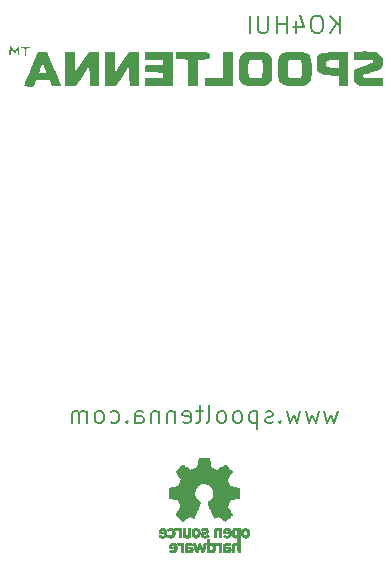
<source format=gbr>
%TF.GenerationSoftware,KiCad,Pcbnew,8.0.6*%
%TF.CreationDate,2025-02-23T17:02:55-05:00*%
%TF.ProjectId,Wire Spool Antenna Blank V1.3,57697265-2053-4706-9f6f-6c20416e7465,rev?*%
%TF.SameCoordinates,Original*%
%TF.FileFunction,Legend,Bot*%
%TF.FilePolarity,Positive*%
%FSLAX46Y46*%
G04 Gerber Fmt 4.6, Leading zero omitted, Abs format (unit mm)*
G04 Created by KiCad (PCBNEW 8.0.6) date 2025-02-23 17:02:55*
%MOMM*%
%LPD*%
G01*
G04 APERTURE LIST*
%ADD10C,0.200000*%
%ADD11C,0.000000*%
%ADD12C,0.010000*%
G04 APERTURE END LIST*
D10*
X111321429Y-114306028D02*
X111035715Y-115306028D01*
X111035715Y-115306028D02*
X110750000Y-114591742D01*
X110750000Y-114591742D02*
X110464286Y-115306028D01*
X110464286Y-115306028D02*
X110178572Y-114306028D01*
X109750000Y-114306028D02*
X109464286Y-115306028D01*
X109464286Y-115306028D02*
X109178571Y-114591742D01*
X109178571Y-114591742D02*
X108892857Y-115306028D01*
X108892857Y-115306028D02*
X108607143Y-114306028D01*
X108178571Y-114306028D02*
X107892857Y-115306028D01*
X107892857Y-115306028D02*
X107607142Y-114591742D01*
X107607142Y-114591742D02*
X107321428Y-115306028D01*
X107321428Y-115306028D02*
X107035714Y-114306028D01*
X106464285Y-115163171D02*
X106392856Y-115234600D01*
X106392856Y-115234600D02*
X106464285Y-115306028D01*
X106464285Y-115306028D02*
X106535713Y-115234600D01*
X106535713Y-115234600D02*
X106464285Y-115163171D01*
X106464285Y-115163171D02*
X106464285Y-115306028D01*
X105821427Y-115234600D02*
X105678570Y-115306028D01*
X105678570Y-115306028D02*
X105392856Y-115306028D01*
X105392856Y-115306028D02*
X105249999Y-115234600D01*
X105249999Y-115234600D02*
X105178570Y-115091742D01*
X105178570Y-115091742D02*
X105178570Y-115020314D01*
X105178570Y-115020314D02*
X105249999Y-114877457D01*
X105249999Y-114877457D02*
X105392856Y-114806028D01*
X105392856Y-114806028D02*
X105607142Y-114806028D01*
X105607142Y-114806028D02*
X105749999Y-114734600D01*
X105749999Y-114734600D02*
X105821427Y-114591742D01*
X105821427Y-114591742D02*
X105821427Y-114520314D01*
X105821427Y-114520314D02*
X105749999Y-114377457D01*
X105749999Y-114377457D02*
X105607142Y-114306028D01*
X105607142Y-114306028D02*
X105392856Y-114306028D01*
X105392856Y-114306028D02*
X105249999Y-114377457D01*
X104535713Y-114306028D02*
X104535713Y-115806028D01*
X104535713Y-114377457D02*
X104392856Y-114306028D01*
X104392856Y-114306028D02*
X104107141Y-114306028D01*
X104107141Y-114306028D02*
X103964284Y-114377457D01*
X103964284Y-114377457D02*
X103892856Y-114448885D01*
X103892856Y-114448885D02*
X103821427Y-114591742D01*
X103821427Y-114591742D02*
X103821427Y-115020314D01*
X103821427Y-115020314D02*
X103892856Y-115163171D01*
X103892856Y-115163171D02*
X103964284Y-115234600D01*
X103964284Y-115234600D02*
X104107141Y-115306028D01*
X104107141Y-115306028D02*
X104392856Y-115306028D01*
X104392856Y-115306028D02*
X104535713Y-115234600D01*
X102964284Y-115306028D02*
X103107141Y-115234600D01*
X103107141Y-115234600D02*
X103178570Y-115163171D01*
X103178570Y-115163171D02*
X103249998Y-115020314D01*
X103249998Y-115020314D02*
X103249998Y-114591742D01*
X103249998Y-114591742D02*
X103178570Y-114448885D01*
X103178570Y-114448885D02*
X103107141Y-114377457D01*
X103107141Y-114377457D02*
X102964284Y-114306028D01*
X102964284Y-114306028D02*
X102749998Y-114306028D01*
X102749998Y-114306028D02*
X102607141Y-114377457D01*
X102607141Y-114377457D02*
X102535713Y-114448885D01*
X102535713Y-114448885D02*
X102464284Y-114591742D01*
X102464284Y-114591742D02*
X102464284Y-115020314D01*
X102464284Y-115020314D02*
X102535713Y-115163171D01*
X102535713Y-115163171D02*
X102607141Y-115234600D01*
X102607141Y-115234600D02*
X102749998Y-115306028D01*
X102749998Y-115306028D02*
X102964284Y-115306028D01*
X101607141Y-115306028D02*
X101749998Y-115234600D01*
X101749998Y-115234600D02*
X101821427Y-115163171D01*
X101821427Y-115163171D02*
X101892855Y-115020314D01*
X101892855Y-115020314D02*
X101892855Y-114591742D01*
X101892855Y-114591742D02*
X101821427Y-114448885D01*
X101821427Y-114448885D02*
X101749998Y-114377457D01*
X101749998Y-114377457D02*
X101607141Y-114306028D01*
X101607141Y-114306028D02*
X101392855Y-114306028D01*
X101392855Y-114306028D02*
X101249998Y-114377457D01*
X101249998Y-114377457D02*
X101178570Y-114448885D01*
X101178570Y-114448885D02*
X101107141Y-114591742D01*
X101107141Y-114591742D02*
X101107141Y-115020314D01*
X101107141Y-115020314D02*
X101178570Y-115163171D01*
X101178570Y-115163171D02*
X101249998Y-115234600D01*
X101249998Y-115234600D02*
X101392855Y-115306028D01*
X101392855Y-115306028D02*
X101607141Y-115306028D01*
X100249998Y-115306028D02*
X100392855Y-115234600D01*
X100392855Y-115234600D02*
X100464284Y-115091742D01*
X100464284Y-115091742D02*
X100464284Y-113806028D01*
X99892855Y-114306028D02*
X99321427Y-114306028D01*
X99678570Y-113806028D02*
X99678570Y-115091742D01*
X99678570Y-115091742D02*
X99607141Y-115234600D01*
X99607141Y-115234600D02*
X99464284Y-115306028D01*
X99464284Y-115306028D02*
X99321427Y-115306028D01*
X98249998Y-115234600D02*
X98392855Y-115306028D01*
X98392855Y-115306028D02*
X98678570Y-115306028D01*
X98678570Y-115306028D02*
X98821427Y-115234600D01*
X98821427Y-115234600D02*
X98892855Y-115091742D01*
X98892855Y-115091742D02*
X98892855Y-114520314D01*
X98892855Y-114520314D02*
X98821427Y-114377457D01*
X98821427Y-114377457D02*
X98678570Y-114306028D01*
X98678570Y-114306028D02*
X98392855Y-114306028D01*
X98392855Y-114306028D02*
X98249998Y-114377457D01*
X98249998Y-114377457D02*
X98178570Y-114520314D01*
X98178570Y-114520314D02*
X98178570Y-114663171D01*
X98178570Y-114663171D02*
X98892855Y-114806028D01*
X97535713Y-114306028D02*
X97535713Y-115306028D01*
X97535713Y-114448885D02*
X97464284Y-114377457D01*
X97464284Y-114377457D02*
X97321427Y-114306028D01*
X97321427Y-114306028D02*
X97107141Y-114306028D01*
X97107141Y-114306028D02*
X96964284Y-114377457D01*
X96964284Y-114377457D02*
X96892856Y-114520314D01*
X96892856Y-114520314D02*
X96892856Y-115306028D01*
X96178570Y-114306028D02*
X96178570Y-115306028D01*
X96178570Y-114448885D02*
X96107141Y-114377457D01*
X96107141Y-114377457D02*
X95964284Y-114306028D01*
X95964284Y-114306028D02*
X95749998Y-114306028D01*
X95749998Y-114306028D02*
X95607141Y-114377457D01*
X95607141Y-114377457D02*
X95535713Y-114520314D01*
X95535713Y-114520314D02*
X95535713Y-115306028D01*
X94178570Y-115306028D02*
X94178570Y-114520314D01*
X94178570Y-114520314D02*
X94249998Y-114377457D01*
X94249998Y-114377457D02*
X94392855Y-114306028D01*
X94392855Y-114306028D02*
X94678570Y-114306028D01*
X94678570Y-114306028D02*
X94821427Y-114377457D01*
X94178570Y-115234600D02*
X94321427Y-115306028D01*
X94321427Y-115306028D02*
X94678570Y-115306028D01*
X94678570Y-115306028D02*
X94821427Y-115234600D01*
X94821427Y-115234600D02*
X94892855Y-115091742D01*
X94892855Y-115091742D02*
X94892855Y-114948885D01*
X94892855Y-114948885D02*
X94821427Y-114806028D01*
X94821427Y-114806028D02*
X94678570Y-114734600D01*
X94678570Y-114734600D02*
X94321427Y-114734600D01*
X94321427Y-114734600D02*
X94178570Y-114663171D01*
X93464284Y-115163171D02*
X93392855Y-115234600D01*
X93392855Y-115234600D02*
X93464284Y-115306028D01*
X93464284Y-115306028D02*
X93535712Y-115234600D01*
X93535712Y-115234600D02*
X93464284Y-115163171D01*
X93464284Y-115163171D02*
X93464284Y-115306028D01*
X92107141Y-115234600D02*
X92249998Y-115306028D01*
X92249998Y-115306028D02*
X92535712Y-115306028D01*
X92535712Y-115306028D02*
X92678569Y-115234600D01*
X92678569Y-115234600D02*
X92749998Y-115163171D01*
X92749998Y-115163171D02*
X92821426Y-115020314D01*
X92821426Y-115020314D02*
X92821426Y-114591742D01*
X92821426Y-114591742D02*
X92749998Y-114448885D01*
X92749998Y-114448885D02*
X92678569Y-114377457D01*
X92678569Y-114377457D02*
X92535712Y-114306028D01*
X92535712Y-114306028D02*
X92249998Y-114306028D01*
X92249998Y-114306028D02*
X92107141Y-114377457D01*
X91249998Y-115306028D02*
X91392855Y-115234600D01*
X91392855Y-115234600D02*
X91464284Y-115163171D01*
X91464284Y-115163171D02*
X91535712Y-115020314D01*
X91535712Y-115020314D02*
X91535712Y-114591742D01*
X91535712Y-114591742D02*
X91464284Y-114448885D01*
X91464284Y-114448885D02*
X91392855Y-114377457D01*
X91392855Y-114377457D02*
X91249998Y-114306028D01*
X91249998Y-114306028D02*
X91035712Y-114306028D01*
X91035712Y-114306028D02*
X90892855Y-114377457D01*
X90892855Y-114377457D02*
X90821427Y-114448885D01*
X90821427Y-114448885D02*
X90749998Y-114591742D01*
X90749998Y-114591742D02*
X90749998Y-115020314D01*
X90749998Y-115020314D02*
X90821427Y-115163171D01*
X90821427Y-115163171D02*
X90892855Y-115234600D01*
X90892855Y-115234600D02*
X91035712Y-115306028D01*
X91035712Y-115306028D02*
X91249998Y-115306028D01*
X90107141Y-115306028D02*
X90107141Y-114306028D01*
X90107141Y-114448885D02*
X90035712Y-114377457D01*
X90035712Y-114377457D02*
X89892855Y-114306028D01*
X89892855Y-114306028D02*
X89678569Y-114306028D01*
X89678569Y-114306028D02*
X89535712Y-114377457D01*
X89535712Y-114377457D02*
X89464284Y-114520314D01*
X89464284Y-114520314D02*
X89464284Y-115306028D01*
X89464284Y-114520314D02*
X89392855Y-114377457D01*
X89392855Y-114377457D02*
X89249998Y-114306028D01*
X89249998Y-114306028D02*
X89035712Y-114306028D01*
X89035712Y-114306028D02*
X88892855Y-114377457D01*
X88892855Y-114377457D02*
X88821426Y-114520314D01*
X88821426Y-114520314D02*
X88821426Y-115306028D01*
X111511279Y-82306028D02*
X111511279Y-80806028D01*
X110654136Y-82306028D02*
X111296993Y-81448885D01*
X110654136Y-80806028D02*
X111511279Y-81663171D01*
X109725564Y-80806028D02*
X109439850Y-80806028D01*
X109439850Y-80806028D02*
X109296993Y-80877457D01*
X109296993Y-80877457D02*
X109154136Y-81020314D01*
X109154136Y-81020314D02*
X109082707Y-81306028D01*
X109082707Y-81306028D02*
X109082707Y-81806028D01*
X109082707Y-81806028D02*
X109154136Y-82091742D01*
X109154136Y-82091742D02*
X109296993Y-82234600D01*
X109296993Y-82234600D02*
X109439850Y-82306028D01*
X109439850Y-82306028D02*
X109725564Y-82306028D01*
X109725564Y-82306028D02*
X109868422Y-82234600D01*
X109868422Y-82234600D02*
X110011279Y-82091742D01*
X110011279Y-82091742D02*
X110082707Y-81806028D01*
X110082707Y-81806028D02*
X110082707Y-81306028D01*
X110082707Y-81306028D02*
X110011279Y-81020314D01*
X110011279Y-81020314D02*
X109868422Y-80877457D01*
X109868422Y-80877457D02*
X109725564Y-80806028D01*
X107796993Y-81306028D02*
X107796993Y-82306028D01*
X108154135Y-80734600D02*
X108511278Y-81806028D01*
X108511278Y-81806028D02*
X107582707Y-81806028D01*
X107011279Y-82306028D02*
X107011279Y-80806028D01*
X107011279Y-81520314D02*
X106154136Y-81520314D01*
X106154136Y-82306028D02*
X106154136Y-80806028D01*
X105439850Y-80806028D02*
X105439850Y-82020314D01*
X105439850Y-82020314D02*
X105368421Y-82163171D01*
X105368421Y-82163171D02*
X105296993Y-82234600D01*
X105296993Y-82234600D02*
X105154135Y-82306028D01*
X105154135Y-82306028D02*
X104868421Y-82306028D01*
X104868421Y-82306028D02*
X104725564Y-82234600D01*
X104725564Y-82234600D02*
X104654135Y-82163171D01*
X104654135Y-82163171D02*
X104582707Y-82020314D01*
X104582707Y-82020314D02*
X104582707Y-80806028D01*
X103868421Y-82306028D02*
X103868421Y-80806028D01*
D11*
%TO.C,G\u002A\u002A\u002A*%
G36*
X102459910Y-85328379D02*
G01*
X102459910Y-86758559D01*
X101287162Y-86758559D01*
X100114414Y-86758559D01*
X100114414Y-86443919D01*
X100114414Y-86129280D01*
X100886712Y-86129280D01*
X101659009Y-86129280D01*
X101659009Y-85013739D01*
X101659009Y-83898198D01*
X102059459Y-83898198D01*
X102459910Y-83898198D01*
X102459910Y-85328379D01*
G37*
G36*
X89086235Y-84749690D02*
G01*
X89102027Y-85601182D01*
X89674099Y-84752004D01*
X90246171Y-83902825D01*
X90689527Y-83900512D01*
X91132883Y-83898198D01*
X91132883Y-85328379D01*
X91132883Y-86758559D01*
X90733962Y-86758559D01*
X90335041Y-86758559D01*
X90319209Y-85925045D01*
X90303378Y-85091531D01*
X89731306Y-85924926D01*
X89159234Y-86758322D01*
X88715878Y-86758440D01*
X88272522Y-86758559D01*
X88272522Y-85328379D01*
X88272522Y-83898198D01*
X88671483Y-83898198D01*
X89070443Y-83898198D01*
X89086235Y-84749690D01*
G37*
G36*
X85052309Y-83446617D02*
G01*
X85188433Y-83467276D01*
X85240541Y-83497748D01*
X85205033Y-83535372D01*
X85097522Y-83554955D01*
X85092510Y-83554963D01*
X85015341Y-83563217D01*
X84974080Y-83605264D01*
X84957533Y-83707969D01*
X84954504Y-83898198D01*
X84948428Y-84053210D01*
X84927769Y-84189334D01*
X84897297Y-84241442D01*
X84871462Y-84204982D01*
X84848775Y-84081029D01*
X84840090Y-83898198D01*
X84840087Y-83886167D01*
X84836648Y-83700963D01*
X84819128Y-83601937D01*
X84776334Y-83562223D01*
X84697072Y-83554955D01*
X84603011Y-83540752D01*
X84554054Y-83497748D01*
X84590513Y-83471913D01*
X84714466Y-83449225D01*
X84897297Y-83440541D01*
X85052309Y-83446617D01*
G37*
G36*
X100057645Y-83909430D02*
G01*
X100251127Y-83921508D01*
X100380188Y-83944345D01*
X100457917Y-83980471D01*
X100497401Y-84032412D01*
X100511729Y-84102698D01*
X100513989Y-84193857D01*
X100514030Y-84202716D01*
X100506639Y-84353754D01*
X100469114Y-84448953D01*
X100380410Y-84501109D01*
X100219479Y-84523018D01*
X99965276Y-84527478D01*
X99485135Y-84527478D01*
X99485135Y-85643018D01*
X99485135Y-86758559D01*
X99084685Y-86758559D01*
X98684234Y-86758559D01*
X98684234Y-85645245D01*
X98684234Y-84531932D01*
X98183671Y-84515403D01*
X97683108Y-84498874D01*
X97683108Y-84212838D01*
X97683108Y-83926802D01*
X99052050Y-83911441D01*
X99425071Y-83907439D01*
X99786656Y-83905583D01*
X100057645Y-83909430D01*
G37*
G36*
X94508108Y-85325972D02*
G01*
X94508108Y-86758559D01*
X94109187Y-86758559D01*
X93710266Y-86758559D01*
X93694435Y-85936338D01*
X93678604Y-85114117D01*
X93114193Y-85936338D01*
X92549783Y-86758559D01*
X92098765Y-86758559D01*
X91647748Y-86758559D01*
X91647748Y-85328379D01*
X91647748Y-83898198D01*
X92048198Y-83898198D01*
X92448649Y-83898198D01*
X92448649Y-84727703D01*
X92449172Y-84856858D01*
X92454159Y-85132807D01*
X92463578Y-85354430D01*
X92476389Y-85501699D01*
X92491554Y-85554588D01*
X92522428Y-85524963D01*
X92609317Y-85414204D01*
X92739279Y-85236011D01*
X92901050Y-85005899D01*
X93083366Y-84739385D01*
X93632272Y-83926802D01*
X94070190Y-83910094D01*
X94508108Y-83893386D01*
X94508108Y-85325972D01*
G37*
G36*
X97368468Y-85328379D02*
G01*
X97368468Y-86758559D01*
X96195721Y-86758559D01*
X95022973Y-86758559D01*
X95022973Y-86445580D01*
X95022973Y-86132600D01*
X95780968Y-86116638D01*
X96538964Y-86100676D01*
X96538964Y-85871847D01*
X96538964Y-85643018D01*
X95795270Y-85614415D01*
X95051577Y-85585811D01*
X95032808Y-85421579D01*
X95028775Y-85284303D01*
X95048200Y-85121241D01*
X95050935Y-85110476D01*
X95069804Y-85058168D01*
X95107143Y-85022910D01*
X95182139Y-85001340D01*
X95313981Y-84990096D01*
X95521860Y-84985815D01*
X95824964Y-84985135D01*
X96567568Y-84985135D01*
X96567568Y-84756307D01*
X96567568Y-84527478D01*
X95795270Y-84527478D01*
X95022973Y-84527478D01*
X95022973Y-84212838D01*
X95022973Y-83898198D01*
X96195721Y-83898198D01*
X97368468Y-83898198D01*
X97368468Y-85328379D01*
G37*
G36*
X84326479Y-83383364D02*
G01*
X84355067Y-83438420D01*
X84374967Y-83580715D01*
X84382432Y-83783784D01*
X84381742Y-83847303D01*
X84367841Y-84043882D01*
X84341381Y-84155887D01*
X84309382Y-84176122D01*
X84278865Y-84097392D01*
X84256851Y-83912500D01*
X84239414Y-83640766D01*
X84126967Y-83826689D01*
X84106824Y-83859006D01*
X84027319Y-83968433D01*
X83975265Y-84012613D01*
X83965973Y-84009416D01*
X83902497Y-83945925D01*
X83816942Y-83826689D01*
X83697873Y-83640766D01*
X83696910Y-83912500D01*
X83691320Y-84050137D01*
X83664081Y-84154425D01*
X83607521Y-84184234D01*
X83576197Y-84177807D01*
X83543294Y-84128451D01*
X83531325Y-84011006D01*
X83536012Y-83802645D01*
X83551218Y-83618357D01*
X83580800Y-83465230D01*
X83618125Y-83399531D01*
X83637626Y-83400364D01*
X83716960Y-83459902D01*
X83808714Y-83580895D01*
X83839752Y-83629302D01*
X83921375Y-83739438D01*
X83972346Y-83783076D01*
X83984980Y-83777295D01*
X84051107Y-83707080D01*
X84139828Y-83582851D01*
X84171036Y-83537018D01*
X84261940Y-83427237D01*
X84325751Y-83383334D01*
X84326479Y-83383364D01*
G37*
G36*
X112242342Y-85323020D02*
G01*
X112242342Y-86758559D01*
X111841892Y-86758559D01*
X111441441Y-86758559D01*
X111441441Y-86338124D01*
X111441441Y-85917690D01*
X110855068Y-85882226D01*
X110797116Y-85878606D01*
X110435009Y-85847937D01*
X110164360Y-85805615D01*
X109965082Y-85745881D01*
X109817091Y-85662977D01*
X109700299Y-85551145D01*
X109659723Y-85500618D01*
X109602968Y-85406330D01*
X109570953Y-85292338D01*
X109556793Y-85127097D01*
X109554030Y-84912182D01*
X110354504Y-84912182D01*
X110356741Y-84974191D01*
X110395054Y-85091214D01*
X110501247Y-85158173D01*
X110621789Y-85185119D01*
X110819814Y-85205978D01*
X111044715Y-85213964D01*
X111441441Y-85213964D01*
X111441441Y-84899325D01*
X111441441Y-84584685D01*
X110966622Y-84584685D01*
X110719190Y-84590074D01*
X110530795Y-84615190D01*
X110420035Y-84670387D01*
X110367682Y-84765955D01*
X110354504Y-84912182D01*
X109554030Y-84912182D01*
X109553604Y-84879061D01*
X109555007Y-84739314D01*
X109571449Y-84493233D01*
X109616309Y-84302528D01*
X109701862Y-84159825D01*
X109840384Y-84057749D01*
X110044154Y-83988925D01*
X110325446Y-83945979D01*
X110696539Y-83921534D01*
X111169707Y-83908216D01*
X112242342Y-83887481D01*
X112242342Y-84899325D01*
X112242342Y-85323020D01*
G37*
G36*
X87491203Y-85690022D02*
G01*
X87633354Y-86031595D01*
X87754071Y-86325032D01*
X87847520Y-86556045D01*
X87907867Y-86710343D01*
X87929279Y-86773639D01*
X87928563Y-86776403D01*
X87865172Y-86796250D01*
X87719358Y-86806143D01*
X87519648Y-86803970D01*
X87110018Y-86787162D01*
X87021565Y-86544032D01*
X86933112Y-86300901D01*
X86352031Y-86300901D01*
X85770949Y-86300901D01*
X85672635Y-86558334D01*
X85574321Y-86815766D01*
X85171930Y-86815766D01*
X85092902Y-86815608D01*
X84915834Y-86811008D01*
X84823173Y-86794617D01*
X84792258Y-86759229D01*
X84800429Y-86697639D01*
X84821369Y-86637790D01*
X84882530Y-86480631D01*
X84976686Y-86246353D01*
X85097473Y-85950630D01*
X85238525Y-85609133D01*
X85242286Y-85600113D01*
X86056136Y-85600113D01*
X86067258Y-85638511D01*
X86160675Y-85663896D01*
X86353816Y-85671622D01*
X86494746Y-85671857D01*
X86596363Y-85661254D01*
X86641000Y-85620558D01*
X86632979Y-85530463D01*
X86576624Y-85371666D01*
X86476258Y-85124862D01*
X86346012Y-84804726D01*
X86214542Y-85166665D01*
X86146978Y-85352330D01*
X86088551Y-85512225D01*
X86056136Y-85600113D01*
X85242286Y-85600113D01*
X85393476Y-85237536D01*
X85955631Y-83895560D01*
X86351713Y-83911181D01*
X86747795Y-83926802D01*
X87338537Y-85326651D01*
X87462019Y-85620558D01*
X87491203Y-85690022D01*
G37*
G36*
X114018177Y-83851872D02*
G01*
X114334844Y-83880745D01*
X114573161Y-83927743D01*
X114801149Y-84022304D01*
X115019393Y-84197640D01*
X115036190Y-84217778D01*
X115110351Y-84320526D01*
X115147743Y-84423210D01*
X115156542Y-84563769D01*
X115144926Y-84780145D01*
X115127318Y-84949008D01*
X115074727Y-85156632D01*
X114976408Y-85311040D01*
X114815283Y-85427849D01*
X114574274Y-85522680D01*
X114236304Y-85611152D01*
X114041801Y-85655995D01*
X113801072Y-85713014D01*
X113644102Y-85756102D01*
X113553796Y-85793215D01*
X113513054Y-85832309D01*
X113504780Y-85881341D01*
X113511877Y-85948267D01*
X113529504Y-86100676D01*
X114344720Y-86100676D01*
X115159935Y-86100676D01*
X115159922Y-86425993D01*
X115159916Y-86450549D01*
X115156114Y-86624242D01*
X115134419Y-86716659D01*
X115078991Y-86757742D01*
X114973986Y-86777436D01*
X114961286Y-86779001D01*
X114819814Y-86787542D01*
X114596352Y-86792935D01*
X114318978Y-86794739D01*
X114015766Y-86792512D01*
X113711978Y-86785232D01*
X113419263Y-86766294D01*
X113201876Y-86731161D01*
X113038217Y-86674211D01*
X112906683Y-86589822D01*
X112785676Y-86472374D01*
X112748576Y-86425304D01*
X112701257Y-86319008D01*
X112677751Y-86162672D01*
X112671396Y-85924348D01*
X112672538Y-85824126D01*
X112691264Y-85607032D01*
X112745097Y-85443460D01*
X112849573Y-85318848D01*
X113020225Y-85218637D01*
X113272588Y-85128268D01*
X113622194Y-85033179D01*
X113720287Y-85008002D01*
X113999368Y-84930122D01*
X114185825Y-84862927D01*
X114295063Y-84798061D01*
X114342486Y-84727168D01*
X114343496Y-84641892D01*
X114339646Y-84629399D01*
X114304251Y-84598451D01*
X114220498Y-84577353D01*
X114071883Y-84564397D01*
X113841902Y-84557876D01*
X113514051Y-84556081D01*
X112699975Y-84556081D01*
X112699987Y-84235108D01*
X112700000Y-83914135D01*
X113000338Y-83878061D01*
X113288964Y-83852901D01*
X113657953Y-83842224D01*
X114018177Y-83851872D01*
G37*
G36*
X105806532Y-85328379D02*
G01*
X105805964Y-85546007D01*
X105801566Y-85839918D01*
X105791229Y-86050214D01*
X105773083Y-86196327D01*
X105745257Y-86297690D01*
X105705880Y-86373736D01*
X105584614Y-86506783D01*
X105351620Y-86657369D01*
X105062838Y-86765660D01*
X104978125Y-86778902D01*
X104786972Y-86791638D01*
X104537498Y-86797281D01*
X104261937Y-86794662D01*
X104165562Y-86791887D01*
X103886222Y-86777728D01*
X103683847Y-86753303D01*
X103529266Y-86713918D01*
X103393307Y-86654879D01*
X103342396Y-86628268D01*
X103210644Y-86550789D01*
X103114810Y-86467363D01*
X103049189Y-86359915D01*
X103008078Y-86210368D01*
X102985774Y-86000647D01*
X102976574Y-85712676D01*
X102974779Y-85329221D01*
X103775676Y-85329221D01*
X103775754Y-85411006D01*
X103778602Y-85661325D01*
X103788604Y-85826323D01*
X103809890Y-85929084D01*
X103846585Y-85992690D01*
X103902819Y-86040225D01*
X103929157Y-86056172D01*
X104111293Y-86110294D01*
X104376351Y-86129280D01*
X104430552Y-86129096D01*
X104649334Y-86118759D01*
X104800458Y-86080114D01*
X104896356Y-85995964D01*
X104949462Y-85849115D01*
X104972208Y-85622373D01*
X104977027Y-85298544D01*
X104976915Y-85177533D01*
X104970963Y-84903935D01*
X104945305Y-84720430D01*
X104885440Y-84609024D01*
X104776867Y-84551725D01*
X104605086Y-84530541D01*
X104355595Y-84527478D01*
X104289672Y-84527666D01*
X104079576Y-84536655D01*
X103936225Y-84572020D01*
X103846890Y-84651359D01*
X103798840Y-84792273D01*
X103779345Y-85012360D01*
X103775676Y-85329221D01*
X102974779Y-85329221D01*
X102974775Y-85328379D01*
X102974894Y-85191123D01*
X102978416Y-84841004D01*
X102991142Y-84581111D01*
X103018799Y-84393232D01*
X103067116Y-84259150D01*
X103141821Y-84160651D01*
X103248642Y-84079521D01*
X103393307Y-83997545D01*
X103436345Y-83975272D01*
X103547095Y-83928464D01*
X103671221Y-83897779D01*
X103833973Y-83879930D01*
X104060599Y-83871631D01*
X104376351Y-83869595D01*
X104514898Y-83869862D01*
X104791535Y-83873951D01*
X104989267Y-83885589D01*
X105133424Y-83908100D01*
X105249337Y-83944811D01*
X105362339Y-83999047D01*
X105515304Y-84087556D01*
X105630331Y-84179926D01*
X105710430Y-84293131D01*
X105761849Y-84445875D01*
X105790839Y-84656861D01*
X105803650Y-84944794D01*
X105806308Y-85298544D01*
X105806532Y-85328379D01*
G37*
G36*
X109124550Y-85328379D02*
G01*
X109123982Y-85546007D01*
X109119584Y-85839918D01*
X109109247Y-86050214D01*
X109091101Y-86196327D01*
X109063275Y-86297690D01*
X109023898Y-86373736D01*
X108902632Y-86506783D01*
X108669638Y-86657369D01*
X108380856Y-86765660D01*
X108296143Y-86778902D01*
X108104990Y-86791638D01*
X107855516Y-86797281D01*
X107579955Y-86794662D01*
X107483580Y-86791887D01*
X107204240Y-86777728D01*
X107001865Y-86753303D01*
X106847284Y-86713918D01*
X106711325Y-86654879D01*
X106660414Y-86628268D01*
X106528662Y-86550789D01*
X106432828Y-86467363D01*
X106367207Y-86359915D01*
X106326096Y-86210368D01*
X106303792Y-86000647D01*
X106294592Y-85712676D01*
X106292797Y-85329221D01*
X107093694Y-85329221D01*
X107093772Y-85411006D01*
X107096620Y-85661325D01*
X107106623Y-85826323D01*
X107127908Y-85929084D01*
X107164603Y-85992690D01*
X107220837Y-86040225D01*
X107247175Y-86056172D01*
X107429312Y-86110294D01*
X107694369Y-86129280D01*
X107748570Y-86129096D01*
X107967352Y-86118759D01*
X108118476Y-86080114D01*
X108214374Y-85995964D01*
X108267480Y-85849115D01*
X108290226Y-85622373D01*
X108295045Y-85298544D01*
X108294933Y-85177533D01*
X108288981Y-84903935D01*
X108263323Y-84720430D01*
X108203458Y-84609024D01*
X108094885Y-84551725D01*
X107923104Y-84530541D01*
X107673613Y-84527478D01*
X107607690Y-84527666D01*
X107397594Y-84536655D01*
X107254243Y-84572020D01*
X107164908Y-84651359D01*
X107116858Y-84792273D01*
X107097363Y-85012360D01*
X107093694Y-85329221D01*
X106292797Y-85329221D01*
X106292793Y-85328379D01*
X106292912Y-85191123D01*
X106296434Y-84841004D01*
X106309160Y-84581111D01*
X106336817Y-84393232D01*
X106385134Y-84259150D01*
X106459839Y-84160651D01*
X106566660Y-84079521D01*
X106711325Y-83997545D01*
X106754363Y-83975272D01*
X106865113Y-83928464D01*
X106989239Y-83897779D01*
X107151991Y-83879930D01*
X107378617Y-83871631D01*
X107694369Y-83869595D01*
X107832916Y-83869862D01*
X108109553Y-83873951D01*
X108307285Y-83885589D01*
X108451442Y-83908100D01*
X108567355Y-83944811D01*
X108680357Y-83999047D01*
X108833322Y-84087556D01*
X108948349Y-84179926D01*
X109028448Y-84293131D01*
X109079867Y-84445875D01*
X109108857Y-84656861D01*
X109121668Y-84944794D01*
X109124326Y-85298544D01*
X109124550Y-85328379D01*
G37*
D12*
%TO.C,REF\u002A\u002A*%
X97723684Y-124182216D02*
X97764650Y-124195005D01*
X97815099Y-124216261D01*
X97839526Y-124227684D01*
X97857155Y-124229749D01*
X97861053Y-124213916D01*
X97861057Y-124213468D01*
X97869312Y-124198351D01*
X97897781Y-124190603D01*
X97952961Y-124188421D01*
X98044869Y-124188421D01*
X98044869Y-124990526D01*
X97861053Y-124990526D01*
X97861053Y-124437483D01*
X97815358Y-124395134D01*
X97801082Y-124383098D01*
X97758558Y-124362534D01*
X97706192Y-124361710D01*
X97634889Y-124379856D01*
X97610852Y-124381005D01*
X97582656Y-124363402D01*
X97545126Y-124321562D01*
X97526921Y-124298419D01*
X97505391Y-124265742D01*
X97502073Y-124244942D01*
X97514128Y-124227395D01*
X97551135Y-124205206D01*
X97608612Y-124187645D01*
X97670972Y-124178938D01*
X97723684Y-124182216D01*
G36*
X97723684Y-124182216D02*
G01*
X97764650Y-124195005D01*
X97815099Y-124216261D01*
X97839526Y-124227684D01*
X97857155Y-124229749D01*
X97861053Y-124213916D01*
X97861057Y-124213468D01*
X97869312Y-124198351D01*
X97897781Y-124190603D01*
X97952961Y-124188421D01*
X98044869Y-124188421D01*
X98044869Y-124990526D01*
X97861053Y-124990526D01*
X97861053Y-124437483D01*
X97815358Y-124395134D01*
X97801082Y-124383098D01*
X97758558Y-124362534D01*
X97706192Y-124361710D01*
X97634889Y-124379856D01*
X97610852Y-124381005D01*
X97582656Y-124363402D01*
X97545126Y-124321562D01*
X97526921Y-124298419D01*
X97505391Y-124265742D01*
X97502073Y-124244942D01*
X97514128Y-124227395D01*
X97551135Y-124205206D01*
X97608612Y-124187645D01*
X97670972Y-124178938D01*
X97723684Y-124182216D01*
G37*
X97967063Y-125452716D02*
X98017550Y-125476344D01*
X98061579Y-125510978D01*
X98061579Y-125476344D01*
X98062676Y-125463194D01*
X98072885Y-125449252D01*
X98100493Y-125443094D01*
X98153487Y-125441710D01*
X98245395Y-125441710D01*
X98245395Y-126260526D01*
X98061579Y-126260526D01*
X98061579Y-125993944D01*
X98061557Y-125978640D01*
X98059989Y-125871060D01*
X98056141Y-125783427D01*
X98050287Y-125720224D01*
X98042701Y-125685929D01*
X98035736Y-125672982D01*
X97992860Y-125632378D01*
X97934458Y-125614404D01*
X97870686Y-125622789D01*
X97855044Y-125628472D01*
X97821721Y-125638517D01*
X97798947Y-125635398D01*
X97776031Y-125614979D01*
X97742283Y-125573127D01*
X97687547Y-125504017D01*
X97726020Y-125472864D01*
X97762592Y-125454112D01*
X97826833Y-125441447D01*
X97899240Y-125441033D01*
X97967063Y-125452716D01*
G36*
X97967063Y-125452716D02*
G01*
X98017550Y-125476344D01*
X98061579Y-125510978D01*
X98061579Y-125476344D01*
X98062676Y-125463194D01*
X98072885Y-125449252D01*
X98100493Y-125443094D01*
X98153487Y-125441710D01*
X98245395Y-125441710D01*
X98245395Y-126260526D01*
X98061579Y-126260526D01*
X98061579Y-125993944D01*
X98061557Y-125978640D01*
X98059989Y-125871060D01*
X98056141Y-125783427D01*
X98050287Y-125720224D01*
X98042701Y-125685929D01*
X98035736Y-125672982D01*
X97992860Y-125632378D01*
X97934458Y-125614404D01*
X97870686Y-125622789D01*
X97855044Y-125628472D01*
X97821721Y-125638517D01*
X97798947Y-125635398D01*
X97776031Y-125614979D01*
X97742283Y-125573127D01*
X97687547Y-125504017D01*
X97726020Y-125472864D01*
X97762592Y-125454112D01*
X97826833Y-125441447D01*
X97899240Y-125441033D01*
X97967063Y-125452716D01*
G37*
X101453816Y-126260526D02*
X101286711Y-126260526D01*
X101286711Y-126002601D01*
X101286526Y-125942605D01*
X101284626Y-125843237D01*
X101279816Y-125769673D01*
X101271052Y-125716827D01*
X101257290Y-125679614D01*
X101237487Y-125652949D01*
X101210600Y-125631746D01*
X101181248Y-125615947D01*
X101146491Y-125611467D01*
X101097058Y-125621429D01*
X101081173Y-125625576D01*
X101041520Y-125631818D01*
X101013167Y-125622875D01*
X100980306Y-125595195D01*
X100974070Y-125589175D01*
X100939594Y-125551937D01*
X100917361Y-125521660D01*
X100914311Y-125514366D01*
X100920354Y-125487432D01*
X100950998Y-125465898D01*
X100999363Y-125450786D01*
X101058566Y-125443114D01*
X101121728Y-125443904D01*
X101181967Y-125454175D01*
X101232402Y-125474948D01*
X101248388Y-125484648D01*
X101275302Y-125498845D01*
X101285264Y-125495594D01*
X101286711Y-125474886D01*
X101287050Y-125467451D01*
X101295112Y-125450982D01*
X101320119Y-125443486D01*
X101370264Y-125441710D01*
X101453816Y-125441710D01*
X101453816Y-126260526D01*
G36*
X101453816Y-126260526D02*
G01*
X101286711Y-126260526D01*
X101286711Y-126002601D01*
X101286526Y-125942605D01*
X101284626Y-125843237D01*
X101279816Y-125769673D01*
X101271052Y-125716827D01*
X101257290Y-125679614D01*
X101237487Y-125652949D01*
X101210600Y-125631746D01*
X101181248Y-125615947D01*
X101146491Y-125611467D01*
X101097058Y-125621429D01*
X101081173Y-125625576D01*
X101041520Y-125631818D01*
X101013167Y-125622875D01*
X100980306Y-125595195D01*
X100974070Y-125589175D01*
X100939594Y-125551937D01*
X100917361Y-125521660D01*
X100914311Y-125514366D01*
X100920354Y-125487432D01*
X100950998Y-125465898D01*
X100999363Y-125450786D01*
X101058566Y-125443114D01*
X101121728Y-125443904D01*
X101181967Y-125454175D01*
X101232402Y-125474948D01*
X101248388Y-125484648D01*
X101275302Y-125498845D01*
X101285264Y-125495594D01*
X101286711Y-125474886D01*
X101287050Y-125467451D01*
X101295112Y-125450982D01*
X101320119Y-125443486D01*
X101370264Y-125441710D01*
X101453816Y-125441710D01*
X101453816Y-126260526D01*
G37*
X98379079Y-124448533D02*
X98380489Y-124565550D01*
X98386007Y-124660058D01*
X98397185Y-124728751D01*
X98415572Y-124775478D01*
X98442717Y-124804089D01*
X98480168Y-124818432D01*
X98529474Y-124822358D01*
X98576552Y-124818854D01*
X98614574Y-124805139D01*
X98642210Y-124777355D01*
X98661009Y-124731651D01*
X98672519Y-124664179D01*
X98678290Y-124571089D01*
X98679869Y-124448533D01*
X98679869Y-124188421D01*
X98846974Y-124188421D01*
X98846974Y-124502004D01*
X98846688Y-124585705D01*
X98844459Y-124693943D01*
X98838869Y-124776489D01*
X98828561Y-124838068D01*
X98812183Y-124883405D01*
X98788379Y-124917226D01*
X98755796Y-124944257D01*
X98713079Y-124969221D01*
X98623377Y-125000825D01*
X98529761Y-125002887D01*
X98441496Y-124973783D01*
X98402986Y-124954917D01*
X98383880Y-124952097D01*
X98379079Y-124965428D01*
X98371109Y-124980396D01*
X98342578Y-124988281D01*
X98287172Y-124990526D01*
X98195264Y-124990526D01*
X98195264Y-124188421D01*
X98379079Y-124188421D01*
X98379079Y-124448533D01*
G36*
X98379079Y-124448533D02*
G01*
X98380489Y-124565550D01*
X98386007Y-124660058D01*
X98397185Y-124728751D01*
X98415572Y-124775478D01*
X98442717Y-124804089D01*
X98480168Y-124818432D01*
X98529474Y-124822358D01*
X98576552Y-124818854D01*
X98614574Y-124805139D01*
X98642210Y-124777355D01*
X98661009Y-124731651D01*
X98672519Y-124664179D01*
X98678290Y-124571089D01*
X98679869Y-124448533D01*
X98679869Y-124188421D01*
X98846974Y-124188421D01*
X98846974Y-124502004D01*
X98846688Y-124585705D01*
X98844459Y-124693943D01*
X98838869Y-124776489D01*
X98828561Y-124838068D01*
X98812183Y-124883405D01*
X98788379Y-124917226D01*
X98755796Y-124944257D01*
X98713079Y-124969221D01*
X98623377Y-125000825D01*
X98529761Y-125002887D01*
X98441496Y-124973783D01*
X98402986Y-124954917D01*
X98383880Y-124952097D01*
X98379079Y-124965428D01*
X98371109Y-124980396D01*
X98342578Y-124988281D01*
X98287172Y-124990526D01*
X98195264Y-124990526D01*
X98195264Y-124188421D01*
X98379079Y-124188421D01*
X98379079Y-124448533D01*
G37*
X101172937Y-124186840D02*
X101249112Y-124210773D01*
X101282699Y-124227040D01*
X101299592Y-124228720D01*
X101303422Y-124213916D01*
X101303425Y-124213468D01*
X101311680Y-124198351D01*
X101340149Y-124190603D01*
X101395329Y-124188421D01*
X101487237Y-124188421D01*
X101487237Y-124990526D01*
X101303422Y-124990526D01*
X101303422Y-124714043D01*
X101303296Y-124620680D01*
X101302436Y-124543988D01*
X101300137Y-124490322D01*
X101295690Y-124454212D01*
X101288390Y-124430191D01*
X101277530Y-124412791D01*
X101262405Y-124396543D01*
X101241801Y-124379261D01*
X101182555Y-124356042D01*
X101120366Y-124362857D01*
X101063398Y-124399581D01*
X101047115Y-124416673D01*
X101035426Y-124433971D01*
X101027586Y-124456990D01*
X101022827Y-124491271D01*
X101020379Y-124542353D01*
X101019473Y-124615777D01*
X101019343Y-124717081D01*
X101019343Y-124990526D01*
X100835527Y-124990526D01*
X100835894Y-124693914D01*
X100835919Y-124680702D01*
X100837513Y-124554535D01*
X100842408Y-124456528D01*
X100851864Y-124381915D01*
X100867139Y-124325931D01*
X100889490Y-124283809D01*
X100920175Y-124250784D01*
X100960454Y-124222090D01*
X101002043Y-124202226D01*
X101085800Y-124184178D01*
X101172937Y-124186840D01*
G36*
X101172937Y-124186840D02*
G01*
X101249112Y-124210773D01*
X101282699Y-124227040D01*
X101299592Y-124228720D01*
X101303422Y-124213916D01*
X101303425Y-124213468D01*
X101311680Y-124198351D01*
X101340149Y-124190603D01*
X101395329Y-124188421D01*
X101487237Y-124188421D01*
X101487237Y-124990526D01*
X101303422Y-124990526D01*
X101303422Y-124714043D01*
X101303296Y-124620680D01*
X101302436Y-124543988D01*
X101300137Y-124490322D01*
X101295690Y-124454212D01*
X101288390Y-124430191D01*
X101277530Y-124412791D01*
X101262405Y-124396543D01*
X101241801Y-124379261D01*
X101182555Y-124356042D01*
X101120366Y-124362857D01*
X101063398Y-124399581D01*
X101047115Y-124416673D01*
X101035426Y-124433971D01*
X101027586Y-124456990D01*
X101022827Y-124491271D01*
X101020379Y-124542353D01*
X101019473Y-124615777D01*
X101019343Y-124717081D01*
X101019343Y-124990526D01*
X100835527Y-124990526D01*
X100835894Y-124693914D01*
X100835919Y-124680702D01*
X100837513Y-124554535D01*
X100842408Y-124456528D01*
X100851864Y-124381915D01*
X100867139Y-124325931D01*
X100889490Y-124283809D01*
X100920175Y-124250784D01*
X100960454Y-124222090D01*
X101002043Y-124202226D01*
X101085800Y-124184178D01*
X101172937Y-124186840D01*
G37*
X97253610Y-124192247D02*
X97344791Y-124227771D01*
X97421907Y-124286413D01*
X97478864Y-124366956D01*
X97482710Y-124375169D01*
X97507130Y-124455267D01*
X97519330Y-124550948D01*
X97519234Y-124650569D01*
X97506764Y-124742488D01*
X97481843Y-124815066D01*
X97451073Y-124865650D01*
X97383344Y-124937310D01*
X97298657Y-124982862D01*
X97226202Y-125001282D01*
X97115875Y-125003293D01*
X97010302Y-124975513D01*
X96916682Y-124919142D01*
X96856088Y-124869196D01*
X96910664Y-124812887D01*
X96945144Y-124779530D01*
X96976332Y-124760958D01*
X97005250Y-124765047D01*
X97042237Y-124790000D01*
X97056985Y-124799768D01*
X97119291Y-124819762D01*
X97190903Y-124819749D01*
X97257950Y-124799143D01*
X97283196Y-124782595D01*
X97320228Y-124733730D01*
X97338792Y-124661958D01*
X97339987Y-124564136D01*
X97339983Y-124564081D01*
X97326171Y-124476562D01*
X97295744Y-124415881D01*
X97245676Y-124378345D01*
X97172941Y-124360261D01*
X97127137Y-124357829D01*
X97087116Y-124367789D01*
X97046070Y-124396642D01*
X96992954Y-124441336D01*
X96925688Y-124387279D01*
X96901113Y-124366570D01*
X96870416Y-124336899D01*
X96858422Y-124319413D01*
X96862669Y-124311533D01*
X96887135Y-124287340D01*
X96926110Y-124256571D01*
X96956605Y-124236549D01*
X97053424Y-124195419D01*
X97154457Y-124181057D01*
X97253610Y-124192247D01*
G36*
X97253610Y-124192247D02*
G01*
X97344791Y-124227771D01*
X97421907Y-124286413D01*
X97478864Y-124366956D01*
X97482710Y-124375169D01*
X97507130Y-124455267D01*
X97519330Y-124550948D01*
X97519234Y-124650569D01*
X97506764Y-124742488D01*
X97481843Y-124815066D01*
X97451073Y-124865650D01*
X97383344Y-124937310D01*
X97298657Y-124982862D01*
X97226202Y-125001282D01*
X97115875Y-125003293D01*
X97010302Y-124975513D01*
X96916682Y-124919142D01*
X96856088Y-124869196D01*
X96910664Y-124812887D01*
X96945144Y-124779530D01*
X96976332Y-124760958D01*
X97005250Y-124765047D01*
X97042237Y-124790000D01*
X97056985Y-124799768D01*
X97119291Y-124819762D01*
X97190903Y-124819749D01*
X97257950Y-124799143D01*
X97283196Y-124782595D01*
X97320228Y-124733730D01*
X97338792Y-124661958D01*
X97339987Y-124564136D01*
X97339983Y-124564081D01*
X97326171Y-124476562D01*
X97295744Y-124415881D01*
X97245676Y-124378345D01*
X97172941Y-124360261D01*
X97127137Y-124357829D01*
X97087116Y-124367789D01*
X97046070Y-124396642D01*
X96992954Y-124441336D01*
X96925688Y-124387279D01*
X96901113Y-124366570D01*
X96870416Y-124336899D01*
X96858422Y-124319413D01*
X96862669Y-124311533D01*
X96887135Y-124287340D01*
X96926110Y-124256571D01*
X96956605Y-124236549D01*
X97053424Y-124195419D01*
X97154457Y-124181057D01*
X97253610Y-124192247D01*
G37*
X99644982Y-124647116D02*
X99640320Y-124700001D01*
X99619714Y-124800965D01*
X99582857Y-124878007D01*
X99526761Y-124936201D01*
X99448434Y-124980617D01*
X99418023Y-124991188D01*
X99339263Y-125004377D01*
X99256384Y-125004018D01*
X99186450Y-124989531D01*
X99185076Y-124989005D01*
X99128718Y-124955852D01*
X99071780Y-124904530D01*
X99024535Y-124845840D01*
X98997255Y-124790584D01*
X98989169Y-124750193D01*
X98982246Y-124674569D01*
X98981085Y-124607161D01*
X99149442Y-124607161D01*
X99159507Y-124688014D01*
X99183151Y-124754451D01*
X99218973Y-124797862D01*
X99232551Y-124805316D01*
X99284327Y-124818864D01*
X99344213Y-124821651D01*
X99394596Y-124812237D01*
X99414260Y-124798736D01*
X99441862Y-124751523D01*
X99459230Y-124677630D01*
X99465264Y-124580663D01*
X99465167Y-124552750D01*
X99463071Y-124496190D01*
X99456100Y-124459294D01*
X99441475Y-124432031D01*
X99416418Y-124404372D01*
X99368736Y-124370849D01*
X99306663Y-124357143D01*
X99246689Y-124370197D01*
X99196891Y-124407951D01*
X99165345Y-124468349D01*
X99154358Y-124520502D01*
X99149442Y-124607161D01*
X98981085Y-124607161D01*
X98980763Y-124588442D01*
X98984478Y-124502719D01*
X98993145Y-124428305D01*
X99006522Y-124376106D01*
X99037679Y-124317006D01*
X99103808Y-124244340D01*
X99188331Y-124198310D01*
X99288734Y-124180090D01*
X99402505Y-124190858D01*
X99421435Y-124195445D01*
X99509595Y-124235000D01*
X99576028Y-124299941D01*
X99620735Y-124390271D01*
X99643718Y-124505994D01*
X99644387Y-124580663D01*
X99644982Y-124647116D01*
G36*
X99644982Y-124647116D02*
G01*
X99640320Y-124700001D01*
X99619714Y-124800965D01*
X99582857Y-124878007D01*
X99526761Y-124936201D01*
X99448434Y-124980617D01*
X99418023Y-124991188D01*
X99339263Y-125004377D01*
X99256384Y-125004018D01*
X99186450Y-124989531D01*
X99185076Y-124989005D01*
X99128718Y-124955852D01*
X99071780Y-124904530D01*
X99024535Y-124845840D01*
X98997255Y-124790584D01*
X98989169Y-124750193D01*
X98982246Y-124674569D01*
X98981085Y-124607161D01*
X99149442Y-124607161D01*
X99159507Y-124688014D01*
X99183151Y-124754451D01*
X99218973Y-124797862D01*
X99232551Y-124805316D01*
X99284327Y-124818864D01*
X99344213Y-124821651D01*
X99394596Y-124812237D01*
X99414260Y-124798736D01*
X99441862Y-124751523D01*
X99459230Y-124677630D01*
X99465264Y-124580663D01*
X99465167Y-124552750D01*
X99463071Y-124496190D01*
X99456100Y-124459294D01*
X99441475Y-124432031D01*
X99416418Y-124404372D01*
X99368736Y-124370849D01*
X99306663Y-124357143D01*
X99246689Y-124370197D01*
X99196891Y-124407951D01*
X99165345Y-124468349D01*
X99154358Y-124520502D01*
X99149442Y-124607161D01*
X98981085Y-124607161D01*
X98980763Y-124588442D01*
X98984478Y-124502719D01*
X98993145Y-124428305D01*
X99006522Y-124376106D01*
X99037679Y-124317006D01*
X99103808Y-124244340D01*
X99188331Y-124198310D01*
X99288734Y-124180090D01*
X99402505Y-124190858D01*
X99421435Y-124195445D01*
X99509595Y-124235000D01*
X99576028Y-124299941D01*
X99620735Y-124390271D01*
X99643718Y-124505994D01*
X99644387Y-124580663D01*
X99644982Y-124647116D01*
G37*
X99778063Y-125704107D02*
X99800655Y-125771510D01*
X99827379Y-125846127D01*
X99849696Y-125902654D01*
X99865759Y-125936486D01*
X99873724Y-125943016D01*
X99875646Y-125937337D01*
X99886049Y-125902507D01*
X99902619Y-125844335D01*
X99923516Y-125769333D01*
X99946900Y-125684013D01*
X100010518Y-125450066D01*
X100107655Y-125444990D01*
X100115854Y-125444584D01*
X100168235Y-125444046D01*
X100193406Y-125449423D01*
X100196612Y-125461701D01*
X100192562Y-125473692D01*
X100179241Y-125514734D01*
X100158384Y-125579736D01*
X100131479Y-125664048D01*
X100100012Y-125763022D01*
X100065469Y-125872006D01*
X99942505Y-126260526D01*
X99788689Y-126260526D01*
X99716213Y-126014046D01*
X99702830Y-125968785D01*
X99678096Y-125886502D01*
X99656962Y-125817940D01*
X99641329Y-125769225D01*
X99633102Y-125746483D01*
X99630758Y-125744787D01*
X99619351Y-125759456D01*
X99603065Y-125798248D01*
X99584606Y-125855102D01*
X99583631Y-125858441D01*
X99558917Y-125942347D01*
X99530641Y-126037351D01*
X99504730Y-126123528D01*
X99462714Y-126262253D01*
X99307750Y-126252171D01*
X99235987Y-126026579D01*
X99204480Y-125927454D01*
X99169187Y-125816281D01*
X99135393Y-125709704D01*
X99107418Y-125621349D01*
X99050613Y-125441710D01*
X99240656Y-125441710D01*
X99286720Y-125612993D01*
X99298965Y-125658251D01*
X99322125Y-125742625D01*
X99343572Y-125819384D01*
X99359876Y-125876184D01*
X99386969Y-125968092D01*
X99473374Y-125709079D01*
X99559780Y-125450066D01*
X99625870Y-125445104D01*
X99691959Y-125440143D01*
X99778063Y-125704107D01*
G36*
X99778063Y-125704107D02*
G01*
X99800655Y-125771510D01*
X99827379Y-125846127D01*
X99849696Y-125902654D01*
X99865759Y-125936486D01*
X99873724Y-125943016D01*
X99875646Y-125937337D01*
X99886049Y-125902507D01*
X99902619Y-125844335D01*
X99923516Y-125769333D01*
X99946900Y-125684013D01*
X100010518Y-125450066D01*
X100107655Y-125444990D01*
X100115854Y-125444584D01*
X100168235Y-125444046D01*
X100193406Y-125449423D01*
X100196612Y-125461701D01*
X100192562Y-125473692D01*
X100179241Y-125514734D01*
X100158384Y-125579736D01*
X100131479Y-125664048D01*
X100100012Y-125763022D01*
X100065469Y-125872006D01*
X99942505Y-126260526D01*
X99788689Y-126260526D01*
X99716213Y-126014046D01*
X99702830Y-125968785D01*
X99678096Y-125886502D01*
X99656962Y-125817940D01*
X99641329Y-125769225D01*
X99633102Y-125746483D01*
X99630758Y-125744787D01*
X99619351Y-125759456D01*
X99603065Y-125798248D01*
X99584606Y-125855102D01*
X99583631Y-125858441D01*
X99558917Y-125942347D01*
X99530641Y-126037351D01*
X99504730Y-126123528D01*
X99462714Y-126262253D01*
X99307750Y-126252171D01*
X99235987Y-126026579D01*
X99204480Y-125927454D01*
X99169187Y-125816281D01*
X99135393Y-125709704D01*
X99107418Y-125621349D01*
X99050613Y-125441710D01*
X99240656Y-125441710D01*
X99286720Y-125612993D01*
X99298965Y-125658251D01*
X99322125Y-125742625D01*
X99343572Y-125819384D01*
X99359876Y-125876184D01*
X99386969Y-125968092D01*
X99473374Y-125709079D01*
X99559780Y-125450066D01*
X99625870Y-125445104D01*
X99691959Y-125440143D01*
X99778063Y-125704107D01*
G37*
X100917986Y-125913659D02*
X100915868Y-125985101D01*
X100911608Y-126034866D01*
X100910878Y-126039427D01*
X100882206Y-126121004D01*
X100829846Y-126190165D01*
X100761158Y-126237021D01*
X100687396Y-126256416D01*
X100596668Y-126254911D01*
X100513205Y-126228906D01*
X100491465Y-126217932D01*
X100463510Y-126206174D01*
X100452872Y-126209832D01*
X100451185Y-126228906D01*
X100450410Y-126238418D01*
X100440407Y-126252485D01*
X100412623Y-126258962D01*
X100359277Y-126260526D01*
X100267369Y-126260526D01*
X100267369Y-125859328D01*
X100451185Y-125859328D01*
X100452502Y-125928832D01*
X100457848Y-125975106D01*
X100469262Y-126006807D01*
X100488783Y-126033373D01*
X100540329Y-126072873D01*
X100600650Y-126086115D01*
X100659144Y-126069740D01*
X100708410Y-126024060D01*
X100721432Y-125990634D01*
X100731051Y-125931441D01*
X100735280Y-125859626D01*
X100733948Y-125785967D01*
X100726884Y-125721239D01*
X100713917Y-125676222D01*
X100709774Y-125668840D01*
X100669840Y-125631738D01*
X100615722Y-125615301D01*
X100557600Y-125619124D01*
X100505653Y-125642802D01*
X100470063Y-125685929D01*
X100468592Y-125689556D01*
X100459767Y-125730026D01*
X100453542Y-125790499D01*
X100451185Y-125859328D01*
X100267369Y-125859328D01*
X100267369Y-125124210D01*
X100451185Y-125124210D01*
X100451185Y-125513732D01*
X100485232Y-125482920D01*
X100518014Y-125463769D01*
X100580059Y-125447760D01*
X100652589Y-125442602D01*
X100723419Y-125448935D01*
X100780368Y-125467400D01*
X100821128Y-125493666D01*
X100863113Y-125538412D01*
X100891370Y-125598588D01*
X100908355Y-125679988D01*
X100916528Y-125788405D01*
X100917729Y-125832230D01*
X100917816Y-125859626D01*
X100917986Y-125913659D01*
G36*
X100917986Y-125913659D02*
G01*
X100915868Y-125985101D01*
X100911608Y-126034866D01*
X100910878Y-126039427D01*
X100882206Y-126121004D01*
X100829846Y-126190165D01*
X100761158Y-126237021D01*
X100687396Y-126256416D01*
X100596668Y-126254911D01*
X100513205Y-126228906D01*
X100491465Y-126217932D01*
X100463510Y-126206174D01*
X100452872Y-126209832D01*
X100451185Y-126228906D01*
X100450410Y-126238418D01*
X100440407Y-126252485D01*
X100412623Y-126258962D01*
X100359277Y-126260526D01*
X100267369Y-126260526D01*
X100267369Y-125859328D01*
X100451185Y-125859328D01*
X100452502Y-125928832D01*
X100457848Y-125975106D01*
X100469262Y-126006807D01*
X100488783Y-126033373D01*
X100540329Y-126072873D01*
X100600650Y-126086115D01*
X100659144Y-126069740D01*
X100708410Y-126024060D01*
X100721432Y-125990634D01*
X100731051Y-125931441D01*
X100735280Y-125859626D01*
X100733948Y-125785967D01*
X100726884Y-125721239D01*
X100713917Y-125676222D01*
X100709774Y-125668840D01*
X100669840Y-125631738D01*
X100615722Y-125615301D01*
X100557600Y-125619124D01*
X100505653Y-125642802D01*
X100470063Y-125685929D01*
X100468592Y-125689556D01*
X100459767Y-125730026D01*
X100453542Y-125790499D01*
X100451185Y-125859328D01*
X100267369Y-125859328D01*
X100267369Y-125124210D01*
X100451185Y-125124210D01*
X100451185Y-125513732D01*
X100485232Y-125482920D01*
X100518014Y-125463769D01*
X100580059Y-125447760D01*
X100652589Y-125442602D01*
X100723419Y-125448935D01*
X100780368Y-125467400D01*
X100821128Y-125493666D01*
X100863113Y-125538412D01*
X100891370Y-125598588D01*
X100908355Y-125679988D01*
X100916528Y-125788405D01*
X100917729Y-125832230D01*
X100917816Y-125859626D01*
X100917986Y-125913659D01*
G37*
X103807431Y-124635368D02*
X103805273Y-124687701D01*
X103800376Y-124751519D01*
X103792033Y-124796752D01*
X103778256Y-124832593D01*
X103757057Y-124868236D01*
X103756154Y-124869587D01*
X103703953Y-124927335D01*
X103640083Y-124971380D01*
X103565813Y-124997517D01*
X103468110Y-125006003D01*
X103372350Y-124989316D01*
X103286755Y-124949106D01*
X103219545Y-124887022D01*
X103200250Y-124857688D01*
X103164216Y-124766496D01*
X103146344Y-124653984D01*
X103146650Y-124625524D01*
X103326249Y-124625524D01*
X103326588Y-124678750D01*
X103332231Y-124714284D01*
X103345089Y-124741589D01*
X103367072Y-124770124D01*
X103397579Y-124798440D01*
X103458592Y-124823710D01*
X103524106Y-124819016D01*
X103586719Y-124783896D01*
X103604381Y-124767122D01*
X103623239Y-124738407D01*
X103633696Y-124698046D01*
X103639624Y-124635154D01*
X103641257Y-124587910D01*
X103632311Y-124491428D01*
X103604860Y-124422352D01*
X103558781Y-124380301D01*
X103504766Y-124360165D01*
X103440349Y-124361860D01*
X103380637Y-124395855D01*
X103366361Y-124408797D01*
X103348347Y-124431440D01*
X103337659Y-124461064D01*
X103331729Y-124506482D01*
X103327988Y-124576506D01*
X103326249Y-124625524D01*
X103146650Y-124625524D01*
X103147723Y-124525624D01*
X103149482Y-124507418D01*
X103174024Y-124390812D01*
X103219430Y-124300290D01*
X103285795Y-124235754D01*
X103373216Y-124197104D01*
X103481791Y-124184243D01*
X103522811Y-124185450D01*
X103606934Y-124200220D01*
X103675722Y-124235474D01*
X103739854Y-124295828D01*
X103750110Y-124307942D01*
X103777774Y-124348737D01*
X103795955Y-124394930D01*
X103806036Y-124453468D01*
X103809401Y-124531299D01*
X103808329Y-124587910D01*
X103807431Y-124635368D01*
G36*
X103807431Y-124635368D02*
G01*
X103805273Y-124687701D01*
X103800376Y-124751519D01*
X103792033Y-124796752D01*
X103778256Y-124832593D01*
X103757057Y-124868236D01*
X103756154Y-124869587D01*
X103703953Y-124927335D01*
X103640083Y-124971380D01*
X103565813Y-124997517D01*
X103468110Y-125006003D01*
X103372350Y-124989316D01*
X103286755Y-124949106D01*
X103219545Y-124887022D01*
X103200250Y-124857688D01*
X103164216Y-124766496D01*
X103146344Y-124653984D01*
X103146650Y-124625524D01*
X103326249Y-124625524D01*
X103326588Y-124678750D01*
X103332231Y-124714284D01*
X103345089Y-124741589D01*
X103367072Y-124770124D01*
X103397579Y-124798440D01*
X103458592Y-124823710D01*
X103524106Y-124819016D01*
X103586719Y-124783896D01*
X103604381Y-124767122D01*
X103623239Y-124738407D01*
X103633696Y-124698046D01*
X103639624Y-124635154D01*
X103641257Y-124587910D01*
X103632311Y-124491428D01*
X103604860Y-124422352D01*
X103558781Y-124380301D01*
X103504766Y-124360165D01*
X103440349Y-124361860D01*
X103380637Y-124395855D01*
X103366361Y-124408797D01*
X103348347Y-124431440D01*
X103337659Y-124461064D01*
X103331729Y-124506482D01*
X103327988Y-124576506D01*
X103326249Y-124625524D01*
X103146650Y-124625524D01*
X103147723Y-124525624D01*
X103149482Y-124507418D01*
X103174024Y-124390812D01*
X103219430Y-124300290D01*
X103285795Y-124235754D01*
X103373216Y-124197104D01*
X103481791Y-124184243D01*
X103522811Y-124185450D01*
X103606934Y-124200220D01*
X103675722Y-124235474D01*
X103739854Y-124295828D01*
X103750110Y-124307942D01*
X103777774Y-124348737D01*
X103795955Y-124394930D01*
X103806036Y-124453468D01*
X103809401Y-124531299D01*
X103808329Y-124587910D01*
X103807431Y-124635368D01*
G37*
X96836367Y-124535627D02*
X96834216Y-124663529D01*
X96833936Y-124666044D01*
X96809909Y-124783405D01*
X96766499Y-124874652D01*
X96702353Y-124941791D01*
X96616119Y-124986824D01*
X96600289Y-124991974D01*
X96502173Y-125007151D01*
X96400698Y-124998688D01*
X96306359Y-124968445D01*
X96229649Y-124918285D01*
X96172190Y-124865197D01*
X96233266Y-124816904D01*
X96294341Y-124768611D01*
X96367947Y-124804371D01*
X96453115Y-124833347D01*
X96528301Y-124834215D01*
X96589816Y-124807592D01*
X96634083Y-124754155D01*
X96649952Y-124722136D01*
X96658811Y-124694771D01*
X96653685Y-124676285D01*
X96630687Y-124664938D01*
X96585931Y-124658987D01*
X96515529Y-124656693D01*
X96415593Y-124656316D01*
X96173290Y-124656316D01*
X96173290Y-124540430D01*
X96175100Y-124489555D01*
X96345706Y-124489555D01*
X96353900Y-124498912D01*
X96378160Y-124503783D01*
X96424272Y-124505630D01*
X96498019Y-124505921D01*
X96537566Y-124505457D01*
X96599971Y-124502388D01*
X96642303Y-124497013D01*
X96657895Y-124489997D01*
X96653906Y-124464108D01*
X96625788Y-124414570D01*
X96578932Y-124373875D01*
X96523074Y-124349295D01*
X96467951Y-124348105D01*
X96426458Y-124367815D01*
X96379440Y-124412668D01*
X96349545Y-124468322D01*
X96347794Y-124474245D01*
X96345706Y-124489555D01*
X96175100Y-124489555D01*
X96175471Y-124479138D01*
X96181876Y-124418496D01*
X96191025Y-124377502D01*
X96197695Y-124361852D01*
X96246243Y-124292149D01*
X96316391Y-124234013D01*
X96398426Y-124195949D01*
X96441216Y-124185554D01*
X96543170Y-124180822D01*
X96634015Y-124204893D01*
X96711253Y-124255088D01*
X96772389Y-124328727D01*
X96814926Y-124423133D01*
X96827671Y-124489997D01*
X96836367Y-124535627D01*
G36*
X96836367Y-124535627D02*
G01*
X96834216Y-124663529D01*
X96833936Y-124666044D01*
X96809909Y-124783405D01*
X96766499Y-124874652D01*
X96702353Y-124941791D01*
X96616119Y-124986824D01*
X96600289Y-124991974D01*
X96502173Y-125007151D01*
X96400698Y-124998688D01*
X96306359Y-124968445D01*
X96229649Y-124918285D01*
X96172190Y-124865197D01*
X96233266Y-124816904D01*
X96294341Y-124768611D01*
X96367947Y-124804371D01*
X96453115Y-124833347D01*
X96528301Y-124834215D01*
X96589816Y-124807592D01*
X96634083Y-124754155D01*
X96649952Y-124722136D01*
X96658811Y-124694771D01*
X96653685Y-124676285D01*
X96630687Y-124664938D01*
X96585931Y-124658987D01*
X96515529Y-124656693D01*
X96415593Y-124656316D01*
X96173290Y-124656316D01*
X96173290Y-124540430D01*
X96175100Y-124489555D01*
X96345706Y-124489555D01*
X96353900Y-124498912D01*
X96378160Y-124503783D01*
X96424272Y-124505630D01*
X96498019Y-124505921D01*
X96537566Y-124505457D01*
X96599971Y-124502388D01*
X96642303Y-124497013D01*
X96657895Y-124489997D01*
X96653906Y-124464108D01*
X96625788Y-124414570D01*
X96578932Y-124373875D01*
X96523074Y-124349295D01*
X96467951Y-124348105D01*
X96426458Y-124367815D01*
X96379440Y-124412668D01*
X96349545Y-124468322D01*
X96347794Y-124474245D01*
X96345706Y-124489555D01*
X96175100Y-124489555D01*
X96175471Y-124479138D01*
X96181876Y-124418496D01*
X96191025Y-124377502D01*
X96197695Y-124361852D01*
X96246243Y-124292149D01*
X96316391Y-124234013D01*
X96398426Y-124195949D01*
X96441216Y-124185554D01*
X96543170Y-124180822D01*
X96634015Y-124204893D01*
X96711253Y-124255088D01*
X96772389Y-124328727D01*
X96814926Y-124423133D01*
X96827671Y-124489997D01*
X96836367Y-124535627D01*
G37*
X100131399Y-124187879D02*
X100227909Y-124212068D01*
X100298411Y-124256902D01*
X100343307Y-124322681D01*
X100362999Y-124409707D01*
X100359012Y-124493023D01*
X100330235Y-124563297D01*
X100275048Y-124615254D01*
X100192348Y-124649910D01*
X100081026Y-124668279D01*
X100008692Y-124677906D01*
X99942670Y-124698737D01*
X99908583Y-124728904D01*
X99906526Y-124768352D01*
X99920243Y-124792949D01*
X99962726Y-124822101D01*
X100023117Y-124835889D01*
X100093889Y-124834004D01*
X100167512Y-124816133D01*
X100236457Y-124781967D01*
X100305197Y-124736477D01*
X100426119Y-124858835D01*
X100375987Y-124899755D01*
X100356494Y-124913973D01*
X100301650Y-124946275D01*
X100242303Y-124974109D01*
X100195335Y-124990083D01*
X100126562Y-125001654D01*
X100041777Y-125001807D01*
X99937806Y-124989067D01*
X99844145Y-124956777D01*
X99777849Y-124905486D01*
X99738760Y-124835065D01*
X99726722Y-124745387D01*
X99735436Y-124666497D01*
X99763408Y-124601907D01*
X99813768Y-124555651D01*
X99889703Y-124524888D01*
X99994400Y-124506778D01*
X100006425Y-124505467D01*
X100071611Y-124497106D01*
X100124490Y-124488357D01*
X100154573Y-124480913D01*
X100164612Y-124474920D01*
X100181584Y-124444013D01*
X100178828Y-124404450D01*
X100156146Y-124370105D01*
X100144236Y-124362615D01*
X100094606Y-124350613D01*
X100030500Y-124351420D01*
X99963653Y-124364192D01*
X99905799Y-124388086D01*
X99845008Y-124423954D01*
X99797854Y-124368852D01*
X99786412Y-124354853D01*
X99760634Y-124317353D01*
X99750022Y-124291937D01*
X99761166Y-124276353D01*
X99795644Y-124252026D01*
X99845428Y-124225848D01*
X99852443Y-124222648D01*
X99918092Y-124197548D01*
X99981372Y-124185547D01*
X100059900Y-124183137D01*
X100131399Y-124187879D01*
G36*
X100131399Y-124187879D02*
G01*
X100227909Y-124212068D01*
X100298411Y-124256902D01*
X100343307Y-124322681D01*
X100362999Y-124409707D01*
X100359012Y-124493023D01*
X100330235Y-124563297D01*
X100275048Y-124615254D01*
X100192348Y-124649910D01*
X100081026Y-124668279D01*
X100008692Y-124677906D01*
X99942670Y-124698737D01*
X99908583Y-124728904D01*
X99906526Y-124768352D01*
X99920243Y-124792949D01*
X99962726Y-124822101D01*
X100023117Y-124835889D01*
X100093889Y-124834004D01*
X100167512Y-124816133D01*
X100236457Y-124781967D01*
X100305197Y-124736477D01*
X100426119Y-124858835D01*
X100375987Y-124899755D01*
X100356494Y-124913973D01*
X100301650Y-124946275D01*
X100242303Y-124974109D01*
X100195335Y-124990083D01*
X100126562Y-125001654D01*
X100041777Y-125001807D01*
X99937806Y-124989067D01*
X99844145Y-124956777D01*
X99777849Y-124905486D01*
X99738760Y-124835065D01*
X99726722Y-124745387D01*
X99735436Y-124666497D01*
X99763408Y-124601907D01*
X99813768Y-124555651D01*
X99889703Y-124524888D01*
X99994400Y-124506778D01*
X100006425Y-124505467D01*
X100071611Y-124497106D01*
X100124490Y-124488357D01*
X100154573Y-124480913D01*
X100164612Y-124474920D01*
X100181584Y-124444013D01*
X100178828Y-124404450D01*
X100156146Y-124370105D01*
X100144236Y-124362615D01*
X100094606Y-124350613D01*
X100030500Y-124351420D01*
X99963653Y-124364192D01*
X99905799Y-124388086D01*
X99845008Y-124423954D01*
X99797854Y-124368852D01*
X99786412Y-124354853D01*
X99760634Y-124317353D01*
X99750022Y-124291937D01*
X99761166Y-124276353D01*
X99795644Y-124252026D01*
X99845428Y-124225848D01*
X99852443Y-124222648D01*
X99918092Y-124197548D01*
X99981372Y-124185547D01*
X100059900Y-124183137D01*
X100131399Y-124187879D01*
G37*
X97693418Y-125851118D02*
X97691245Y-125913498D01*
X97671455Y-126032794D01*
X97630734Y-126126598D01*
X97568724Y-126195581D01*
X97485066Y-126240412D01*
X97458037Y-126248332D01*
X97361524Y-126259395D01*
X97259615Y-126250059D01*
X97167566Y-126221246D01*
X97135138Y-126204892D01*
X97088643Y-126176878D01*
X97060465Y-126153827D01*
X97056305Y-126148560D01*
X97048522Y-126129299D01*
X97059736Y-126108361D01*
X97093886Y-126076650D01*
X97110367Y-126062845D01*
X97142832Y-126037583D01*
X97159855Y-126027258D01*
X97164732Y-126028321D01*
X97192681Y-126039819D01*
X97234408Y-126060000D01*
X97248013Y-126066638D01*
X97328271Y-126091289D01*
X97397997Y-126084935D01*
X97459140Y-126047467D01*
X97466255Y-126040544D01*
X97500268Y-125997178D01*
X97519702Y-125955559D01*
X97530466Y-125909605D01*
X97025527Y-125909605D01*
X97025620Y-125821875D01*
X97025673Y-125813150D01*
X97032490Y-125742763D01*
X97209343Y-125742763D01*
X97211431Y-125757361D01*
X97222152Y-125767422D01*
X97247707Y-125773006D01*
X97294289Y-125775408D01*
X97368093Y-125775921D01*
X97409124Y-125775389D01*
X97469688Y-125772280D01*
X97511345Y-125767012D01*
X97526843Y-125760298D01*
X97513626Y-125705033D01*
X97474930Y-125653452D01*
X97419121Y-125617666D01*
X97354651Y-125605288D01*
X97307185Y-125619242D01*
X97259738Y-125653353D01*
X97223669Y-125697796D01*
X97209343Y-125742763D01*
X97032490Y-125742763D01*
X97036127Y-125705216D01*
X97066555Y-125617413D01*
X97119649Y-125541723D01*
X97152038Y-125509705D01*
X97218932Y-125466845D01*
X97298807Y-125446078D01*
X97399700Y-125444618D01*
X97448435Y-125450343D01*
X97538396Y-125480071D01*
X97607271Y-125534178D01*
X97655664Y-125613498D01*
X97684179Y-125718866D01*
X97687074Y-125760298D01*
X97693418Y-125851118D01*
G36*
X97693418Y-125851118D02*
G01*
X97691245Y-125913498D01*
X97671455Y-126032794D01*
X97630734Y-126126598D01*
X97568724Y-126195581D01*
X97485066Y-126240412D01*
X97458037Y-126248332D01*
X97361524Y-126259395D01*
X97259615Y-126250059D01*
X97167566Y-126221246D01*
X97135138Y-126204892D01*
X97088643Y-126176878D01*
X97060465Y-126153827D01*
X97056305Y-126148560D01*
X97048522Y-126129299D01*
X97059736Y-126108361D01*
X97093886Y-126076650D01*
X97110367Y-126062845D01*
X97142832Y-126037583D01*
X97159855Y-126027258D01*
X97164732Y-126028321D01*
X97192681Y-126039819D01*
X97234408Y-126060000D01*
X97248013Y-126066638D01*
X97328271Y-126091289D01*
X97397997Y-126084935D01*
X97459140Y-126047467D01*
X97466255Y-126040544D01*
X97500268Y-125997178D01*
X97519702Y-125955559D01*
X97530466Y-125909605D01*
X97025527Y-125909605D01*
X97025620Y-125821875D01*
X97025673Y-125813150D01*
X97032490Y-125742763D01*
X97209343Y-125742763D01*
X97211431Y-125757361D01*
X97222152Y-125767422D01*
X97247707Y-125773006D01*
X97294289Y-125775408D01*
X97368093Y-125775921D01*
X97409124Y-125775389D01*
X97469688Y-125772280D01*
X97511345Y-125767012D01*
X97526843Y-125760298D01*
X97513626Y-125705033D01*
X97474930Y-125653452D01*
X97419121Y-125617666D01*
X97354651Y-125605288D01*
X97307185Y-125619242D01*
X97259738Y-125653353D01*
X97223669Y-125697796D01*
X97209343Y-125742763D01*
X97032490Y-125742763D01*
X97036127Y-125705216D01*
X97066555Y-125617413D01*
X97119649Y-125541723D01*
X97152038Y-125509705D01*
X97218932Y-125466845D01*
X97298807Y-125446078D01*
X97399700Y-125444618D01*
X97448435Y-125450343D01*
X97538396Y-125480071D01*
X97607271Y-125534178D01*
X97655664Y-125613498D01*
X97684179Y-125718866D01*
X97687074Y-125760298D01*
X97693418Y-125851118D01*
G37*
X102268543Y-124489091D02*
X102274389Y-124606138D01*
X102272928Y-124657216D01*
X102256454Y-124768843D01*
X102220151Y-124856856D01*
X102162120Y-124924884D01*
X102080461Y-124976551D01*
X102001246Y-125000670D01*
X101901871Y-125005285D01*
X101801607Y-124987537D01*
X101712172Y-124948327D01*
X101679030Y-124926515D01*
X101642515Y-124898556D01*
X101625853Y-124880158D01*
X101626798Y-124872567D01*
X101645448Y-124846703D01*
X101680498Y-124815367D01*
X101741241Y-124769036D01*
X101812418Y-124804584D01*
X101831665Y-124813383D01*
X101888323Y-124832506D01*
X101935811Y-124840131D01*
X101970828Y-124833848D01*
X102025778Y-124803591D01*
X102071967Y-124756620D01*
X102098387Y-124702270D01*
X102109150Y-124656316D01*
X101604211Y-124656316D01*
X101604304Y-124568585D01*
X101605069Y-124540781D01*
X101610649Y-124481119D01*
X101788027Y-124481119D01*
X101788352Y-124484537D01*
X101797540Y-124495181D01*
X101823504Y-124501720D01*
X101871779Y-124505014D01*
X101947903Y-124505921D01*
X101972923Y-124505910D01*
X102037902Y-124505310D01*
X102076964Y-124502715D01*
X102095903Y-124496662D01*
X102100511Y-124485686D01*
X102096581Y-124468322D01*
X102095981Y-124466353D01*
X102062127Y-124405930D01*
X102008757Y-124364329D01*
X101945115Y-124348842D01*
X101921591Y-124350080D01*
X101877928Y-124364896D01*
X101836041Y-124402579D01*
X101824758Y-124415903D01*
X101798513Y-124453956D01*
X101788027Y-124481119D01*
X101610649Y-124481119D01*
X101611366Y-124473449D01*
X101621926Y-124417734D01*
X101633501Y-124386543D01*
X101674195Y-124318700D01*
X101728695Y-124257086D01*
X101786330Y-124214866D01*
X101802982Y-124207027D01*
X101899945Y-124181021D01*
X101998960Y-124183762D01*
X102092052Y-124214092D01*
X102171244Y-124270848D01*
X102214078Y-124323190D01*
X102249101Y-124396928D01*
X102267825Y-124485686D01*
X102268543Y-124489091D01*
G36*
X102268543Y-124489091D02*
G01*
X102274389Y-124606138D01*
X102272928Y-124657216D01*
X102256454Y-124768843D01*
X102220151Y-124856856D01*
X102162120Y-124924884D01*
X102080461Y-124976551D01*
X102001246Y-125000670D01*
X101901871Y-125005285D01*
X101801607Y-124987537D01*
X101712172Y-124948327D01*
X101679030Y-124926515D01*
X101642515Y-124898556D01*
X101625853Y-124880158D01*
X101626798Y-124872567D01*
X101645448Y-124846703D01*
X101680498Y-124815367D01*
X101741241Y-124769036D01*
X101812418Y-124804584D01*
X101831665Y-124813383D01*
X101888323Y-124832506D01*
X101935811Y-124840131D01*
X101970828Y-124833848D01*
X102025778Y-124803591D01*
X102071967Y-124756620D01*
X102098387Y-124702270D01*
X102109150Y-124656316D01*
X101604211Y-124656316D01*
X101604304Y-124568585D01*
X101605069Y-124540781D01*
X101610649Y-124481119D01*
X101788027Y-124481119D01*
X101788352Y-124484537D01*
X101797540Y-124495181D01*
X101823504Y-124501720D01*
X101871779Y-124505014D01*
X101947903Y-124505921D01*
X101972923Y-124505910D01*
X102037902Y-124505310D01*
X102076964Y-124502715D01*
X102095903Y-124496662D01*
X102100511Y-124485686D01*
X102096581Y-124468322D01*
X102095981Y-124466353D01*
X102062127Y-124405930D01*
X102008757Y-124364329D01*
X101945115Y-124348842D01*
X101921591Y-124350080D01*
X101877928Y-124364896D01*
X101836041Y-124402579D01*
X101824758Y-124415903D01*
X101798513Y-124453956D01*
X101788027Y-124481119D01*
X101610649Y-124481119D01*
X101611366Y-124473449D01*
X101621926Y-124417734D01*
X101633501Y-124386543D01*
X101674195Y-124318700D01*
X101728695Y-124257086D01*
X101786330Y-124214866D01*
X101802982Y-124207027D01*
X101899945Y-124181021D01*
X101998960Y-124183762D01*
X102092052Y-124214092D01*
X102171244Y-124270848D01*
X102214078Y-124323190D01*
X102249101Y-124396928D01*
X102267825Y-124485686D01*
X102268543Y-124489091D01*
G37*
X99055668Y-126040600D02*
X99035509Y-126116464D01*
X98991698Y-126181365D01*
X98925241Y-126228051D01*
X98918719Y-126230889D01*
X98846005Y-126251330D01*
X98764071Y-126259299D01*
X98686172Y-126254427D01*
X98625560Y-126236348D01*
X98601348Y-126224554D01*
X98583580Y-126221741D01*
X98579606Y-126236451D01*
X98572078Y-126250055D01*
X98542953Y-126258156D01*
X98486420Y-126260526D01*
X98393235Y-126260526D01*
X98398690Y-125938849D01*
X98399273Y-125909605D01*
X98579606Y-125909605D01*
X98579606Y-125968092D01*
X98585900Y-126011806D01*
X98613027Y-126060000D01*
X98623040Y-126068858D01*
X98664081Y-126087494D01*
X98725823Y-126092290D01*
X98762871Y-126090417D01*
X98832195Y-126076309D01*
X98875163Y-126050024D01*
X98889655Y-126013344D01*
X98873551Y-125968052D01*
X98864154Y-125956200D01*
X98822187Y-125929613D01*
X98755766Y-125914432D01*
X98661070Y-125909605D01*
X98579606Y-125909605D01*
X98399273Y-125909605D01*
X98400172Y-125864462D01*
X98404076Y-125753099D01*
X98410657Y-125667946D01*
X98421214Y-125604360D01*
X98437048Y-125557699D01*
X98459459Y-125523321D01*
X98489747Y-125496583D01*
X98529213Y-125472844D01*
X98549573Y-125463780D01*
X98620008Y-125446673D01*
X98704959Y-125439600D01*
X98792788Y-125442432D01*
X98871857Y-125455041D01*
X98930527Y-125477297D01*
X98950935Y-125490219D01*
X98997921Y-125528519D01*
X99013824Y-125560589D01*
X99009962Y-125566786D01*
X98985894Y-125588432D01*
X98947039Y-125617308D01*
X98927174Y-125630824D01*
X98893346Y-125649974D01*
X98871363Y-125651803D01*
X98850953Y-125638585D01*
X98800086Y-125611816D01*
X98731640Y-125600808D01*
X98661694Y-125609236D01*
X98660370Y-125609618D01*
X98611036Y-125631052D01*
X98586616Y-125664603D01*
X98579862Y-125720091D01*
X98579606Y-125772879D01*
X98754010Y-125778577D01*
X98781796Y-125779515D01*
X98851848Y-125782775D01*
X98898809Y-125787897D01*
X98930552Y-125796798D01*
X98954948Y-125811397D01*
X98979869Y-125833612D01*
X99021015Y-125884995D01*
X99051171Y-125961026D01*
X99054128Y-126013344D01*
X99055668Y-126040600D01*
G36*
X99055668Y-126040600D02*
G01*
X99035509Y-126116464D01*
X98991698Y-126181365D01*
X98925241Y-126228051D01*
X98918719Y-126230889D01*
X98846005Y-126251330D01*
X98764071Y-126259299D01*
X98686172Y-126254427D01*
X98625560Y-126236348D01*
X98601348Y-126224554D01*
X98583580Y-126221741D01*
X98579606Y-126236451D01*
X98572078Y-126250055D01*
X98542953Y-126258156D01*
X98486420Y-126260526D01*
X98393235Y-126260526D01*
X98398690Y-125938849D01*
X98399273Y-125909605D01*
X98579606Y-125909605D01*
X98579606Y-125968092D01*
X98585900Y-126011806D01*
X98613027Y-126060000D01*
X98623040Y-126068858D01*
X98664081Y-126087494D01*
X98725823Y-126092290D01*
X98762871Y-126090417D01*
X98832195Y-126076309D01*
X98875163Y-126050024D01*
X98889655Y-126013344D01*
X98873551Y-125968052D01*
X98864154Y-125956200D01*
X98822187Y-125929613D01*
X98755766Y-125914432D01*
X98661070Y-125909605D01*
X98579606Y-125909605D01*
X98399273Y-125909605D01*
X98400172Y-125864462D01*
X98404076Y-125753099D01*
X98410657Y-125667946D01*
X98421214Y-125604360D01*
X98437048Y-125557699D01*
X98459459Y-125523321D01*
X98489747Y-125496583D01*
X98529213Y-125472844D01*
X98549573Y-125463780D01*
X98620008Y-125446673D01*
X98704959Y-125439600D01*
X98792788Y-125442432D01*
X98871857Y-125455041D01*
X98930527Y-125477297D01*
X98950935Y-125490219D01*
X98997921Y-125528519D01*
X99013824Y-125560589D01*
X99009962Y-125566786D01*
X98985894Y-125588432D01*
X98947039Y-125617308D01*
X98927174Y-125630824D01*
X98893346Y-125649974D01*
X98871363Y-125651803D01*
X98850953Y-125638585D01*
X98800086Y-125611816D01*
X98731640Y-125600808D01*
X98661694Y-125609236D01*
X98660370Y-125609618D01*
X98611036Y-125631052D01*
X98586616Y-125664603D01*
X98579862Y-125720091D01*
X98579606Y-125772879D01*
X98754010Y-125778577D01*
X98781796Y-125779515D01*
X98851848Y-125782775D01*
X98898809Y-125787897D01*
X98930552Y-125796798D01*
X98954948Y-125811397D01*
X98979869Y-125833612D01*
X99021015Y-125884995D01*
X99051171Y-125961026D01*
X99054128Y-126013344D01*
X99055668Y-126040600D01*
G37*
X102268912Y-126037796D02*
X102268722Y-126040000D01*
X102248360Y-126125846D01*
X102203067Y-126190412D01*
X102130593Y-126236937D01*
X102093140Y-126248256D01*
X102028990Y-126257078D01*
X101958840Y-126259185D01*
X101895548Y-126254330D01*
X101851976Y-126242268D01*
X101825512Y-126232606D01*
X101799601Y-126242268D01*
X101790123Y-126247866D01*
X101752294Y-126256943D01*
X101701132Y-126260526D01*
X101620922Y-126260526D01*
X101620922Y-125937142D01*
X101620928Y-125909605D01*
X101804737Y-125909605D01*
X101804737Y-125973857D01*
X101810915Y-126022753D01*
X101835297Y-126065765D01*
X101849249Y-126075074D01*
X101899051Y-126089583D01*
X101961225Y-126093205D01*
X102022196Y-126085845D01*
X102068388Y-126067408D01*
X102091399Y-126043030D01*
X102105527Y-125999713D01*
X102092998Y-125965376D01*
X102051582Y-125935520D01*
X101985005Y-125916366D01*
X101897182Y-125909605D01*
X101804737Y-125909605D01*
X101620928Y-125909605D01*
X101620928Y-125909176D01*
X101621232Y-125803767D01*
X101622376Y-125725401D01*
X101624877Y-125668871D01*
X101629256Y-125628970D01*
X101636032Y-125600492D01*
X101645725Y-125578230D01*
X101658853Y-125556978D01*
X101701084Y-125507180D01*
X101760930Y-125469160D01*
X101839543Y-125448184D01*
X101943136Y-125441736D01*
X101946503Y-125441743D01*
X102018513Y-125444995D01*
X102082966Y-125453103D01*
X102126952Y-125464470D01*
X102139010Y-125470166D01*
X102177391Y-125494289D01*
X102212124Y-125522960D01*
X102234977Y-125548760D01*
X102237716Y-125564273D01*
X102232370Y-125568465D01*
X102174127Y-125613218D01*
X102135181Y-125639613D01*
X102109431Y-125650262D01*
X102090772Y-125647780D01*
X102073101Y-125634782D01*
X102040490Y-125618556D01*
X101985533Y-125607737D01*
X101923420Y-125604931D01*
X101867217Y-125610642D01*
X101829984Y-125625376D01*
X101828025Y-125627169D01*
X101811294Y-125660850D01*
X101804737Y-125711125D01*
X101804737Y-125775921D01*
X101959310Y-125775983D01*
X102030314Y-125777107D01*
X102090082Y-125781996D01*
X102132837Y-125792055D01*
X102167380Y-125808665D01*
X102175419Y-125813767D01*
X102233576Y-125869847D01*
X102264510Y-125944004D01*
X102267125Y-125999713D01*
X102268912Y-126037796D01*
G36*
X102268912Y-126037796D02*
G01*
X102268722Y-126040000D01*
X102248360Y-126125846D01*
X102203067Y-126190412D01*
X102130593Y-126236937D01*
X102093140Y-126248256D01*
X102028990Y-126257078D01*
X101958840Y-126259185D01*
X101895548Y-126254330D01*
X101851976Y-126242268D01*
X101825512Y-126232606D01*
X101799601Y-126242268D01*
X101790123Y-126247866D01*
X101752294Y-126256943D01*
X101701132Y-126260526D01*
X101620922Y-126260526D01*
X101620922Y-125937142D01*
X101620928Y-125909605D01*
X101804737Y-125909605D01*
X101804737Y-125973857D01*
X101810915Y-126022753D01*
X101835297Y-126065765D01*
X101849249Y-126075074D01*
X101899051Y-126089583D01*
X101961225Y-126093205D01*
X102022196Y-126085845D01*
X102068388Y-126067408D01*
X102091399Y-126043030D01*
X102105527Y-125999713D01*
X102092998Y-125965376D01*
X102051582Y-125935520D01*
X101985005Y-125916366D01*
X101897182Y-125909605D01*
X101804737Y-125909605D01*
X101620928Y-125909605D01*
X101620928Y-125909176D01*
X101621232Y-125803767D01*
X101622376Y-125725401D01*
X101624877Y-125668871D01*
X101629256Y-125628970D01*
X101636032Y-125600492D01*
X101645725Y-125578230D01*
X101658853Y-125556978D01*
X101701084Y-125507180D01*
X101760930Y-125469160D01*
X101839543Y-125448184D01*
X101943136Y-125441736D01*
X101946503Y-125441743D01*
X102018513Y-125444995D01*
X102082966Y-125453103D01*
X102126952Y-125464470D01*
X102139010Y-125470166D01*
X102177391Y-125494289D01*
X102212124Y-125522960D01*
X102234977Y-125548760D01*
X102237716Y-125564273D01*
X102232370Y-125568465D01*
X102174127Y-125613218D01*
X102135181Y-125639613D01*
X102109431Y-125650262D01*
X102090772Y-125647780D01*
X102073101Y-125634782D01*
X102040490Y-125618556D01*
X101985533Y-125607737D01*
X101923420Y-125604931D01*
X101867217Y-125610642D01*
X101829984Y-125625376D01*
X101828025Y-125627169D01*
X101811294Y-125660850D01*
X101804737Y-125711125D01*
X101804737Y-125775921D01*
X101959310Y-125775983D01*
X102030314Y-125777107D01*
X102090082Y-125781996D01*
X102132837Y-125792055D01*
X102167380Y-125808665D01*
X102175419Y-125813767D01*
X102233576Y-125869847D01*
X102264510Y-125944004D01*
X102267125Y-125999713D01*
X102268912Y-126037796D01*
G37*
X103024606Y-126262273D02*
X102936875Y-126257222D01*
X102849145Y-126252171D01*
X102844974Y-125984802D01*
X102843740Y-125919788D01*
X102840237Y-125822111D01*
X102834224Y-125750434D01*
X102824597Y-125699940D01*
X102810249Y-125665810D01*
X102790075Y-125643227D01*
X102762970Y-125627372D01*
X102712112Y-125611180D01*
X102661534Y-125617472D01*
X102608125Y-125652077D01*
X102556711Y-125695339D01*
X102556711Y-126260526D01*
X102372895Y-126260526D01*
X102372895Y-125954010D01*
X102373072Y-125857935D01*
X102374049Y-125772562D01*
X102376399Y-125710071D01*
X102380691Y-125664794D01*
X102387495Y-125631068D01*
X102397378Y-125603227D01*
X102410910Y-125575605D01*
X102414119Y-125569741D01*
X102456792Y-125512627D01*
X102506735Y-125472714D01*
X102566948Y-125451756D01*
X102646680Y-125442427D01*
X102726527Y-125447480D01*
X102791488Y-125467205D01*
X102840790Y-125492700D01*
X102840790Y-124940931D01*
X102773237Y-124976142D01*
X102745019Y-124988934D01*
X102655950Y-125007023D01*
X102567434Y-124994521D01*
X102485381Y-124952952D01*
X102415704Y-124883843D01*
X102404789Y-124867600D01*
X102394298Y-124843790D01*
X102387455Y-124811418D01*
X102383504Y-124764271D01*
X102381688Y-124696135D01*
X102381362Y-124625142D01*
X102557891Y-124625142D01*
X102558040Y-124684431D01*
X102562573Y-124723969D01*
X102572760Y-124752189D01*
X102589872Y-124777519D01*
X102611610Y-124801069D01*
X102646372Y-124818892D01*
X102698750Y-124823421D01*
X102745020Y-124819480D01*
X102790817Y-124799759D01*
X102820312Y-124759809D01*
X102836104Y-124695600D01*
X102840790Y-124603101D01*
X102839578Y-124553894D01*
X102827481Y-124461006D01*
X102802523Y-124398196D01*
X102764844Y-124365906D01*
X102726789Y-124356822D01*
X102660513Y-124361081D01*
X102604516Y-124387452D01*
X102591114Y-124399545D01*
X102576913Y-124420467D01*
X102568133Y-124451611D01*
X102562919Y-124500710D01*
X102559416Y-124575498D01*
X102557891Y-124625142D01*
X102381362Y-124625142D01*
X102381250Y-124600797D01*
X102381400Y-124557296D01*
X102383962Y-124456111D01*
X102391097Y-124380522D01*
X102404606Y-124324817D01*
X102426294Y-124283283D01*
X102457960Y-124250206D01*
X102501408Y-124219874D01*
X102536640Y-124202468D01*
X102620173Y-124183271D01*
X102708222Y-124185887D01*
X102786481Y-124210772D01*
X102820067Y-124227039D01*
X102836960Y-124228720D01*
X102840790Y-124213916D01*
X102840794Y-124213468D01*
X102849048Y-124198351D01*
X102877517Y-124190603D01*
X102932698Y-124188421D01*
X103024606Y-124188421D01*
X103024606Y-124603101D01*
X103024606Y-126262273D01*
G36*
X103024606Y-126262273D02*
G01*
X102936875Y-126257222D01*
X102849145Y-126252171D01*
X102844974Y-125984802D01*
X102843740Y-125919788D01*
X102840237Y-125822111D01*
X102834224Y-125750434D01*
X102824597Y-125699940D01*
X102810249Y-125665810D01*
X102790075Y-125643227D01*
X102762970Y-125627372D01*
X102712112Y-125611180D01*
X102661534Y-125617472D01*
X102608125Y-125652077D01*
X102556711Y-125695339D01*
X102556711Y-126260526D01*
X102372895Y-126260526D01*
X102372895Y-125954010D01*
X102373072Y-125857935D01*
X102374049Y-125772562D01*
X102376399Y-125710071D01*
X102380691Y-125664794D01*
X102387495Y-125631068D01*
X102397378Y-125603227D01*
X102410910Y-125575605D01*
X102414119Y-125569741D01*
X102456792Y-125512627D01*
X102506735Y-125472714D01*
X102566948Y-125451756D01*
X102646680Y-125442427D01*
X102726527Y-125447480D01*
X102791488Y-125467205D01*
X102840790Y-125492700D01*
X102840790Y-124940931D01*
X102773237Y-124976142D01*
X102745019Y-124988934D01*
X102655950Y-125007023D01*
X102567434Y-124994521D01*
X102485381Y-124952952D01*
X102415704Y-124883843D01*
X102404789Y-124867600D01*
X102394298Y-124843790D01*
X102387455Y-124811418D01*
X102383504Y-124764271D01*
X102381688Y-124696135D01*
X102381362Y-124625142D01*
X102557891Y-124625142D01*
X102558040Y-124684431D01*
X102562573Y-124723969D01*
X102572760Y-124752189D01*
X102589872Y-124777519D01*
X102611610Y-124801069D01*
X102646372Y-124818892D01*
X102698750Y-124823421D01*
X102745020Y-124819480D01*
X102790817Y-124799759D01*
X102820312Y-124759809D01*
X102836104Y-124695600D01*
X102840790Y-124603101D01*
X102839578Y-124553894D01*
X102827481Y-124461006D01*
X102802523Y-124398196D01*
X102764844Y-124365906D01*
X102726789Y-124356822D01*
X102660513Y-124361081D01*
X102604516Y-124387452D01*
X102591114Y-124399545D01*
X102576913Y-124420467D01*
X102568133Y-124451611D01*
X102562919Y-124500710D01*
X102559416Y-124575498D01*
X102557891Y-124625142D01*
X102381362Y-124625142D01*
X102381250Y-124600797D01*
X102381400Y-124557296D01*
X102383962Y-124456111D01*
X102391097Y-124380522D01*
X102404606Y-124324817D01*
X102426294Y-124283283D01*
X102457960Y-124250206D01*
X102501408Y-124219874D01*
X102536640Y-124202468D01*
X102620173Y-124183271D01*
X102708222Y-124185887D01*
X102786481Y-124210772D01*
X102820067Y-124227039D01*
X102836960Y-124228720D01*
X102840790Y-124213916D01*
X102840794Y-124213468D01*
X102849048Y-124198351D01*
X102877517Y-124190603D01*
X102932698Y-124188421D01*
X103024606Y-124188421D01*
X103024606Y-124603101D01*
X103024606Y-126262273D01*
G37*
X100484254Y-118648576D02*
X100559803Y-119049322D01*
X100838567Y-119164238D01*
X101117332Y-119279154D01*
X101451756Y-119051748D01*
X101517946Y-119006917D01*
X101605693Y-118948071D01*
X101681663Y-118897810D01*
X101741911Y-118858715D01*
X101782491Y-118833365D01*
X101799457Y-118824342D01*
X101809877Y-118830759D01*
X101841025Y-118857647D01*
X101888161Y-118901774D01*
X101947293Y-118959087D01*
X102014426Y-119025535D01*
X102085566Y-119097065D01*
X102156719Y-119169626D01*
X102223892Y-119239167D01*
X102283090Y-119301635D01*
X102330319Y-119352978D01*
X102361586Y-119389145D01*
X102372895Y-119406083D01*
X102370264Y-119413361D01*
X102352048Y-119445824D01*
X102318782Y-119499249D01*
X102273164Y-119569449D01*
X102217890Y-119652236D01*
X102155658Y-119743421D01*
X102121506Y-119793152D01*
X102062757Y-119879731D01*
X102012388Y-119955291D01*
X101973086Y-120015733D01*
X101947535Y-120056961D01*
X101938422Y-120074876D01*
X101938571Y-120075869D01*
X101946611Y-120098580D01*
X101965054Y-120144955D01*
X101991331Y-120208937D01*
X102022871Y-120284468D01*
X102057102Y-120365489D01*
X102091454Y-120445943D01*
X102123355Y-120519772D01*
X102150235Y-120580918D01*
X102169522Y-120623322D01*
X102178646Y-120640926D01*
X102184045Y-120642488D01*
X102216846Y-120649531D01*
X102275306Y-120661199D01*
X102354746Y-120676580D01*
X102450486Y-120694760D01*
X102557846Y-120714830D01*
X102614431Y-120725471D01*
X102718289Y-120745773D01*
X102809097Y-120764522D01*
X102881891Y-120780642D01*
X102931708Y-120793056D01*
X102953586Y-120800686D01*
X102957516Y-120808250D01*
X102964034Y-120845209D01*
X102969156Y-120906765D01*
X102972884Y-120987127D01*
X102975223Y-121080503D01*
X102976177Y-121181101D01*
X102975749Y-121283128D01*
X102973945Y-121380793D01*
X102970766Y-121468304D01*
X102966219Y-121539869D01*
X102960306Y-121589696D01*
X102953031Y-121611993D01*
X102948617Y-121614508D01*
X102915694Y-121625296D01*
X102858582Y-121639569D01*
X102783882Y-121655764D01*
X102698196Y-121672319D01*
X102669285Y-121677592D01*
X102535755Y-121702113D01*
X102430813Y-121721821D01*
X102350820Y-121737531D01*
X102292139Y-121750062D01*
X102251132Y-121760229D01*
X102224161Y-121768851D01*
X102207588Y-121776745D01*
X102197775Y-121784727D01*
X102196635Y-121786067D01*
X102180588Y-121813997D01*
X102156843Y-121865104D01*
X102127701Y-121933392D01*
X102095463Y-122012866D01*
X102062430Y-122097529D01*
X102030904Y-122181387D01*
X102003186Y-122258444D01*
X101981577Y-122322704D01*
X101968379Y-122368172D01*
X101965893Y-122388852D01*
X101967555Y-122391535D01*
X101984765Y-122417484D01*
X102017130Y-122465345D01*
X102061650Y-122530710D01*
X102115323Y-122609170D01*
X102175149Y-122696315D01*
X102191567Y-122720292D01*
X102249303Y-122806295D01*
X102299200Y-122883211D01*
X102338409Y-122946477D01*
X102364083Y-122991532D01*
X102373374Y-123013815D01*
X102371372Y-123019673D01*
X102350503Y-123048541D01*
X102309331Y-123095680D01*
X102250803Y-123157920D01*
X102177867Y-123232087D01*
X102093473Y-123315008D01*
X102045234Y-123361421D01*
X101968962Y-123433708D01*
X101902205Y-123495624D01*
X101848546Y-123543911D01*
X101811570Y-123575307D01*
X101794863Y-123586554D01*
X101783385Y-123582384D01*
X101748045Y-123562663D01*
X101696723Y-123530410D01*
X101636113Y-123489711D01*
X101593020Y-123460011D01*
X101506987Y-123401030D01*
X101415179Y-123338390D01*
X101331323Y-123281469D01*
X101167053Y-123170359D01*
X101029160Y-123244916D01*
X100996690Y-123262125D01*
X100937642Y-123291560D01*
X100891979Y-123311883D01*
X100867574Y-123319460D01*
X100859588Y-123309730D01*
X100839756Y-123272679D01*
X100810462Y-123211593D01*
X100773338Y-123130349D01*
X100730013Y-123032823D01*
X100682118Y-122922891D01*
X100631281Y-122804432D01*
X100579133Y-122681321D01*
X100527304Y-122557435D01*
X100477424Y-122436650D01*
X100431123Y-122322844D01*
X100390031Y-122219893D01*
X100355778Y-122131673D01*
X100329993Y-122062062D01*
X100314308Y-122014936D01*
X100310351Y-121994172D01*
X100310619Y-121993565D01*
X100329050Y-121974370D01*
X100367602Y-121944306D01*
X100418316Y-121909609D01*
X100434324Y-121899014D01*
X100556125Y-121798498D01*
X100656929Y-121678777D01*
X100734351Y-121544834D01*
X100786004Y-121401653D01*
X100809500Y-121254216D01*
X100802454Y-121107507D01*
X100773910Y-120977020D01*
X100722659Y-120845257D01*
X100647945Y-120727706D01*
X100545414Y-120616042D01*
X100505127Y-120580369D01*
X100374889Y-120492480D01*
X100234197Y-120433288D01*
X100087127Y-120402265D01*
X99937758Y-120398879D01*
X99790167Y-120422602D01*
X99648429Y-120472904D01*
X99516623Y-120549255D01*
X99398826Y-120651125D01*
X99299114Y-120777984D01*
X99279943Y-120809400D01*
X99214783Y-120952992D01*
X99180177Y-121102517D01*
X99175218Y-121254105D01*
X99199001Y-121403882D01*
X99250619Y-121547976D01*
X99329166Y-121682515D01*
X99433736Y-121803625D01*
X99563422Y-121907434D01*
X99567634Y-121910232D01*
X99617810Y-121945590D01*
X99655417Y-121975653D01*
X99672594Y-121994172D01*
X99670426Y-122008690D01*
X99656951Y-122050965D01*
X99633058Y-122116486D01*
X99600375Y-122201377D01*
X99560533Y-122301759D01*
X99515160Y-122413757D01*
X99465887Y-122533491D01*
X99414341Y-122657084D01*
X99362154Y-122780659D01*
X99310953Y-122900339D01*
X99262368Y-123012245D01*
X99218030Y-123112500D01*
X99179566Y-123197227D01*
X99148606Y-123262547D01*
X99126779Y-123304584D01*
X99115716Y-123319460D01*
X99106516Y-123317446D01*
X99070371Y-123302966D01*
X99016951Y-123277578D01*
X98954131Y-123244916D01*
X98816238Y-123170359D01*
X98651968Y-123281469D01*
X98603436Y-123314370D01*
X98513166Y-123375845D01*
X98423171Y-123437418D01*
X98347177Y-123489711D01*
X98305237Y-123518209D01*
X98250726Y-123553616D01*
X98210309Y-123577855D01*
X98190568Y-123586842D01*
X98182087Y-123583026D01*
X98151429Y-123559656D01*
X98104168Y-123518510D01*
X98044416Y-123463635D01*
X97976288Y-123399077D01*
X97903896Y-123328885D01*
X97831356Y-123257106D01*
X97762780Y-123187786D01*
X97702282Y-123124973D01*
X97653976Y-123072714D01*
X97621976Y-123035057D01*
X97610395Y-123016048D01*
X97611063Y-123012431D01*
X97624847Y-122982993D01*
X97654292Y-122932062D01*
X97696553Y-122864238D01*
X97748785Y-122784123D01*
X97808142Y-122696315D01*
X97824789Y-122672096D01*
X97883244Y-122586868D01*
X97934733Y-122511521D01*
X97976256Y-122450463D01*
X98004811Y-122408104D01*
X98017398Y-122388852D01*
X98017707Y-122388027D01*
X98013993Y-122364473D01*
X97999807Y-122316759D01*
X97977451Y-122250879D01*
X97949227Y-122172830D01*
X97917435Y-122088607D01*
X97884378Y-122004205D01*
X97852356Y-121925621D01*
X97823671Y-121858850D01*
X97800623Y-121809886D01*
X97785515Y-121784727D01*
X97784002Y-121783165D01*
X97773185Y-121775263D01*
X97754915Y-121767294D01*
X97725556Y-121758441D01*
X97681470Y-121747887D01*
X97619018Y-121734815D01*
X97534564Y-121718408D01*
X97424469Y-121697848D01*
X97285095Y-121672319D01*
X97256187Y-121666946D01*
X97173377Y-121650337D01*
X97103718Y-121634600D01*
X97053812Y-121621298D01*
X97030259Y-121611993D01*
X97026319Y-121604230D01*
X97019750Y-121566942D01*
X97014544Y-121505125D01*
X97010706Y-121424572D01*
X97008239Y-121331075D01*
X97007147Y-121230426D01*
X97007435Y-121128417D01*
X97009107Y-121030839D01*
X97012165Y-120943485D01*
X97016615Y-120872147D01*
X97022460Y-120822617D01*
X97029704Y-120800686D01*
X97037101Y-120797446D01*
X97073896Y-120787233D01*
X97136091Y-120772789D01*
X97218723Y-120755189D01*
X97316828Y-120735510D01*
X97425444Y-120714830D01*
X97484750Y-120703781D01*
X97586398Y-120684621D01*
X97673890Y-120667844D01*
X97742549Y-120654361D01*
X97787693Y-120645084D01*
X97804644Y-120640926D01*
X97805281Y-120640069D01*
X97816077Y-120618293D01*
X97836657Y-120572671D01*
X97864449Y-120509258D01*
X97896882Y-120434107D01*
X97931382Y-120353270D01*
X97965378Y-120272799D01*
X97996297Y-120198749D01*
X98021566Y-120137172D01*
X98038615Y-120094121D01*
X98044869Y-120075650D01*
X98042110Y-120069150D01*
X98023750Y-120038222D01*
X97990446Y-119986163D01*
X97944874Y-119917059D01*
X97889711Y-119834993D01*
X97827632Y-119744052D01*
X97793573Y-119694248D01*
X97734797Y-119606931D01*
X97684403Y-119530298D01*
X97645080Y-119468531D01*
X97619514Y-119425806D01*
X97610395Y-119406305D01*
X97616732Y-119395727D01*
X97643237Y-119364119D01*
X97686720Y-119316283D01*
X97743189Y-119256273D01*
X97808653Y-119188142D01*
X97879121Y-119115945D01*
X97950601Y-119043733D01*
X98019100Y-118975562D01*
X98080629Y-118915483D01*
X98131194Y-118867551D01*
X98166805Y-118835820D01*
X98183470Y-118824342D01*
X98192720Y-118828805D01*
X98226689Y-118849502D01*
X98281505Y-118884727D01*
X98353218Y-118931896D01*
X98437878Y-118988431D01*
X98531535Y-119051748D01*
X98865959Y-119279154D01*
X99423487Y-119049322D01*
X99499036Y-118648576D01*
X99574585Y-118247829D01*
X100408706Y-118247829D01*
X100484254Y-118648576D01*
G36*
X100484254Y-118648576D02*
G01*
X100559803Y-119049322D01*
X100838567Y-119164238D01*
X101117332Y-119279154D01*
X101451756Y-119051748D01*
X101517946Y-119006917D01*
X101605693Y-118948071D01*
X101681663Y-118897810D01*
X101741911Y-118858715D01*
X101782491Y-118833365D01*
X101799457Y-118824342D01*
X101809877Y-118830759D01*
X101841025Y-118857647D01*
X101888161Y-118901774D01*
X101947293Y-118959087D01*
X102014426Y-119025535D01*
X102085566Y-119097065D01*
X102156719Y-119169626D01*
X102223892Y-119239167D01*
X102283090Y-119301635D01*
X102330319Y-119352978D01*
X102361586Y-119389145D01*
X102372895Y-119406083D01*
X102370264Y-119413361D01*
X102352048Y-119445824D01*
X102318782Y-119499249D01*
X102273164Y-119569449D01*
X102217890Y-119652236D01*
X102155658Y-119743421D01*
X102121506Y-119793152D01*
X102062757Y-119879731D01*
X102012388Y-119955291D01*
X101973086Y-120015733D01*
X101947535Y-120056961D01*
X101938422Y-120074876D01*
X101938571Y-120075869D01*
X101946611Y-120098580D01*
X101965054Y-120144955D01*
X101991331Y-120208937D01*
X102022871Y-120284468D01*
X102057102Y-120365489D01*
X102091454Y-120445943D01*
X102123355Y-120519772D01*
X102150235Y-120580918D01*
X102169522Y-120623322D01*
X102178646Y-120640926D01*
X102184045Y-120642488D01*
X102216846Y-120649531D01*
X102275306Y-120661199D01*
X102354746Y-120676580D01*
X102450486Y-120694760D01*
X102557846Y-120714830D01*
X102614431Y-120725471D01*
X102718289Y-120745773D01*
X102809097Y-120764522D01*
X102881891Y-120780642D01*
X102931708Y-120793056D01*
X102953586Y-120800686D01*
X102957516Y-120808250D01*
X102964034Y-120845209D01*
X102969156Y-120906765D01*
X102972884Y-120987127D01*
X102975223Y-121080503D01*
X102976177Y-121181101D01*
X102975749Y-121283128D01*
X102973945Y-121380793D01*
X102970766Y-121468304D01*
X102966219Y-121539869D01*
X102960306Y-121589696D01*
X102953031Y-121611993D01*
X102948617Y-121614508D01*
X102915694Y-121625296D01*
X102858582Y-121639569D01*
X102783882Y-121655764D01*
X102698196Y-121672319D01*
X102669285Y-121677592D01*
X102535755Y-121702113D01*
X102430813Y-121721821D01*
X102350820Y-121737531D01*
X102292139Y-121750062D01*
X102251132Y-121760229D01*
X102224161Y-121768851D01*
X102207588Y-121776745D01*
X102197775Y-121784727D01*
X102196635Y-121786067D01*
X102180588Y-121813997D01*
X102156843Y-121865104D01*
X102127701Y-121933392D01*
X102095463Y-122012866D01*
X102062430Y-122097529D01*
X102030904Y-122181387D01*
X102003186Y-122258444D01*
X101981577Y-122322704D01*
X101968379Y-122368172D01*
X101965893Y-122388852D01*
X101967555Y-122391535D01*
X101984765Y-122417484D01*
X102017130Y-122465345D01*
X102061650Y-122530710D01*
X102115323Y-122609170D01*
X102175149Y-122696315D01*
X102191567Y-122720292D01*
X102249303Y-122806295D01*
X102299200Y-122883211D01*
X102338409Y-122946477D01*
X102364083Y-122991532D01*
X102373374Y-123013815D01*
X102371372Y-123019673D01*
X102350503Y-123048541D01*
X102309331Y-123095680D01*
X102250803Y-123157920D01*
X102177867Y-123232087D01*
X102093473Y-123315008D01*
X102045234Y-123361421D01*
X101968962Y-123433708D01*
X101902205Y-123495624D01*
X101848546Y-123543911D01*
X101811570Y-123575307D01*
X101794863Y-123586554D01*
X101783385Y-123582384D01*
X101748045Y-123562663D01*
X101696723Y-123530410D01*
X101636113Y-123489711D01*
X101593020Y-123460011D01*
X101506987Y-123401030D01*
X101415179Y-123338390D01*
X101331323Y-123281469D01*
X101167053Y-123170359D01*
X101029160Y-123244916D01*
X100996690Y-123262125D01*
X100937642Y-123291560D01*
X100891979Y-123311883D01*
X100867574Y-123319460D01*
X100859588Y-123309730D01*
X100839756Y-123272679D01*
X100810462Y-123211593D01*
X100773338Y-123130349D01*
X100730013Y-123032823D01*
X100682118Y-122922891D01*
X100631281Y-122804432D01*
X100579133Y-122681321D01*
X100527304Y-122557435D01*
X100477424Y-122436650D01*
X100431123Y-122322844D01*
X100390031Y-122219893D01*
X100355778Y-122131673D01*
X100329993Y-122062062D01*
X100314308Y-122014936D01*
X100310351Y-121994172D01*
X100310619Y-121993565D01*
X100329050Y-121974370D01*
X100367602Y-121944306D01*
X100418316Y-121909609D01*
X100434324Y-121899014D01*
X100556125Y-121798498D01*
X100656929Y-121678777D01*
X100734351Y-121544834D01*
X100786004Y-121401653D01*
X100809500Y-121254216D01*
X100802454Y-121107507D01*
X100773910Y-120977020D01*
X100722659Y-120845257D01*
X100647945Y-120727706D01*
X100545414Y-120616042D01*
X100505127Y-120580369D01*
X100374889Y-120492480D01*
X100234197Y-120433288D01*
X100087127Y-120402265D01*
X99937758Y-120398879D01*
X99790167Y-120422602D01*
X99648429Y-120472904D01*
X99516623Y-120549255D01*
X99398826Y-120651125D01*
X99299114Y-120777984D01*
X99279943Y-120809400D01*
X99214783Y-120952992D01*
X99180177Y-121102517D01*
X99175218Y-121254105D01*
X99199001Y-121403882D01*
X99250619Y-121547976D01*
X99329166Y-121682515D01*
X99433736Y-121803625D01*
X99563422Y-121907434D01*
X99567634Y-121910232D01*
X99617810Y-121945590D01*
X99655417Y-121975653D01*
X99672594Y-121994172D01*
X99670426Y-122008690D01*
X99656951Y-122050965D01*
X99633058Y-122116486D01*
X99600375Y-122201377D01*
X99560533Y-122301759D01*
X99515160Y-122413757D01*
X99465887Y-122533491D01*
X99414341Y-122657084D01*
X99362154Y-122780659D01*
X99310953Y-122900339D01*
X99262368Y-123012245D01*
X99218030Y-123112500D01*
X99179566Y-123197227D01*
X99148606Y-123262547D01*
X99126779Y-123304584D01*
X99115716Y-123319460D01*
X99106516Y-123317446D01*
X99070371Y-123302966D01*
X99016951Y-123277578D01*
X98954131Y-123244916D01*
X98816238Y-123170359D01*
X98651968Y-123281469D01*
X98603436Y-123314370D01*
X98513166Y-123375845D01*
X98423171Y-123437418D01*
X98347177Y-123489711D01*
X98305237Y-123518209D01*
X98250726Y-123553616D01*
X98210309Y-123577855D01*
X98190568Y-123586842D01*
X98182087Y-123583026D01*
X98151429Y-123559656D01*
X98104168Y-123518510D01*
X98044416Y-123463635D01*
X97976288Y-123399077D01*
X97903896Y-123328885D01*
X97831356Y-123257106D01*
X97762780Y-123187786D01*
X97702282Y-123124973D01*
X97653976Y-123072714D01*
X97621976Y-123035057D01*
X97610395Y-123016048D01*
X97611063Y-123012431D01*
X97624847Y-122982993D01*
X97654292Y-122932062D01*
X97696553Y-122864238D01*
X97748785Y-122784123D01*
X97808142Y-122696315D01*
X97824789Y-122672096D01*
X97883244Y-122586868D01*
X97934733Y-122511521D01*
X97976256Y-122450463D01*
X98004811Y-122408104D01*
X98017398Y-122388852D01*
X98017707Y-122388027D01*
X98013993Y-122364473D01*
X97999807Y-122316759D01*
X97977451Y-122250879D01*
X97949227Y-122172830D01*
X97917435Y-122088607D01*
X97884378Y-122004205D01*
X97852356Y-121925621D01*
X97823671Y-121858850D01*
X97800623Y-121809886D01*
X97785515Y-121784727D01*
X97784002Y-121783165D01*
X97773185Y-121775263D01*
X97754915Y-121767294D01*
X97725556Y-121758441D01*
X97681470Y-121747887D01*
X97619018Y-121734815D01*
X97534564Y-121718408D01*
X97424469Y-121697848D01*
X97285095Y-121672319D01*
X97256187Y-121666946D01*
X97173377Y-121650337D01*
X97103718Y-121634600D01*
X97053812Y-121621298D01*
X97030259Y-121611993D01*
X97026319Y-121604230D01*
X97019750Y-121566942D01*
X97014544Y-121505125D01*
X97010706Y-121424572D01*
X97008239Y-121331075D01*
X97007147Y-121230426D01*
X97007435Y-121128417D01*
X97009107Y-121030839D01*
X97012165Y-120943485D01*
X97016615Y-120872147D01*
X97022460Y-120822617D01*
X97029704Y-120800686D01*
X97037101Y-120797446D01*
X97073896Y-120787233D01*
X97136091Y-120772789D01*
X97218723Y-120755189D01*
X97316828Y-120735510D01*
X97425444Y-120714830D01*
X97484750Y-120703781D01*
X97586398Y-120684621D01*
X97673890Y-120667844D01*
X97742549Y-120654361D01*
X97787693Y-120645084D01*
X97804644Y-120640926D01*
X97805281Y-120640069D01*
X97816077Y-120618293D01*
X97836657Y-120572671D01*
X97864449Y-120509258D01*
X97896882Y-120434107D01*
X97931382Y-120353270D01*
X97965378Y-120272799D01*
X97996297Y-120198749D01*
X98021566Y-120137172D01*
X98038615Y-120094121D01*
X98044869Y-120075650D01*
X98042110Y-120069150D01*
X98023750Y-120038222D01*
X97990446Y-119986163D01*
X97944874Y-119917059D01*
X97889711Y-119834993D01*
X97827632Y-119744052D01*
X97793573Y-119694248D01*
X97734797Y-119606931D01*
X97684403Y-119530298D01*
X97645080Y-119468531D01*
X97619514Y-119425806D01*
X97610395Y-119406305D01*
X97616732Y-119395727D01*
X97643237Y-119364119D01*
X97686720Y-119316283D01*
X97743189Y-119256273D01*
X97808653Y-119188142D01*
X97879121Y-119115945D01*
X97950601Y-119043733D01*
X98019100Y-118975562D01*
X98080629Y-118915483D01*
X98131194Y-118867551D01*
X98166805Y-118835820D01*
X98183470Y-118824342D01*
X98192720Y-118828805D01*
X98226689Y-118849502D01*
X98281505Y-118884727D01*
X98353218Y-118931896D01*
X98437878Y-118988431D01*
X98531535Y-119051748D01*
X98865959Y-119279154D01*
X99423487Y-119049322D01*
X99499036Y-118648576D01*
X99574585Y-118247829D01*
X100408706Y-118247829D01*
X100484254Y-118648576D01*
G37*
%TD*%
M02*

</source>
